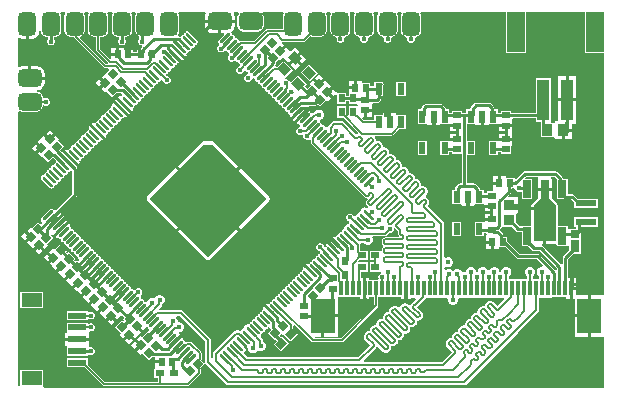
<source format=gtl>
G04*
G04 #@! TF.GenerationSoftware,Altium Limited,Altium Designer,24.5.2 (23)*
G04*
G04 Layer_Physical_Order=1*
G04 Layer_Color=255*
%FSLAX44Y44*%
%MOMM*%
G71*
G04*
G04 #@! TF.SameCoordinates,69858205-0F2E-4D39-B2D1-A8915E6FFAA9*
G04*
G04*
G04 #@! TF.FilePolarity,Positive*
G04*
G01*
G75*
%ADD12C,0.2540*%
%ADD15C,0.1270*%
G04:AMPARAMS|DCode=17|XSize=2mm|YSize=1.5mm|CornerRadius=0.375mm|HoleSize=0mm|Usage=FLASHONLY|Rotation=0.000|XOffset=0mm|YOffset=0mm|HoleType=Round|Shape=RoundedRectangle|*
%AMROUNDEDRECTD17*
21,1,2.0000,0.7500,0,0,0.0*
21,1,1.2500,1.5000,0,0,0.0*
1,1,0.7500,0.6250,-0.3750*
1,1,0.7500,-0.6250,-0.3750*
1,1,0.7500,-0.6250,0.3750*
1,1,0.7500,0.6250,0.3750*
%
%ADD17ROUNDEDRECTD17*%
G04:AMPARAMS|DCode=18|XSize=1.5mm|YSize=2mm|CornerRadius=0.375mm|HoleSize=0mm|Usage=FLASHONLY|Rotation=0.000|XOffset=0mm|YOffset=0mm|HoleType=Round|Shape=RoundedRectangle|*
%AMROUNDEDRECTD18*
21,1,1.5000,1.2500,0,0,0.0*
21,1,0.7500,2.0000,0,0,0.0*
1,1,0.7500,0.3750,-0.6250*
1,1,0.7500,-0.3750,-0.6250*
1,1,0.7500,-0.3750,0.6250*
1,1,0.7500,0.3750,0.6250*
%
%ADD18ROUNDEDRECTD18*%
G04:AMPARAMS|DCode=19|XSize=0.64mm|YSize=0.6mm|CornerRadius=0mm|HoleSize=0mm|Usage=FLASHONLY|Rotation=315.000|XOffset=0mm|YOffset=0mm|HoleType=Round|Shape=Rectangle|*
%AMROTATEDRECTD19*
4,1,4,-0.4384,0.0141,-0.0141,0.4384,0.4384,-0.0141,0.0141,-0.4384,-0.4384,0.0141,0.0*
%
%ADD19ROTATEDRECTD19*%

%ADD20R,0.6000X0.6400*%
G04:AMPARAMS|DCode=21|XSize=1.5mm|YSize=2mm|CornerRadius=0.375mm|HoleSize=0mm|Usage=FLASHONLY|Rotation=270.000|XOffset=0mm|YOffset=0mm|HoleType=Round|Shape=RoundedRectangle|*
%AMROUNDEDRECTD21*
21,1,1.5000,1.2500,0,0,270.0*
21,1,0.7500,2.0000,0,0,270.0*
1,1,0.7500,-0.6250,-0.3750*
1,1,0.7500,-0.6250,0.3750*
1,1,0.7500,0.6250,0.3750*
1,1,0.7500,0.6250,-0.3750*
%
%ADD21ROUNDEDRECTD21*%
%ADD22R,1.5000X3.4000*%
%ADD23R,1.0000X3.5000*%
%ADD24R,0.9000X1.0000*%
%ADD25R,0.5500X1.0000*%
%ADD26R,0.6400X0.6000*%
%ADD27R,1.8000X0.6000*%
G04:AMPARAMS|DCode=28|XSize=1.19mm|YSize=0.24mm|CornerRadius=0.0636mm|HoleSize=0mm|Usage=FLASHONLY|Rotation=315.000|XOffset=0mm|YOffset=0mm|HoleType=Round|Shape=RoundedRectangle|*
%AMROUNDEDRECTD28*
21,1,1.1900,0.1128,0,0,315.0*
21,1,1.0628,0.2400,0,0,315.0*
1,1,0.1272,0.3359,-0.4156*
1,1,0.1272,-0.4156,0.3359*
1,1,0.1272,-0.3359,0.4156*
1,1,0.1272,0.4156,-0.3359*
%
%ADD28ROUNDEDRECTD28*%
G04:AMPARAMS|DCode=29|XSize=1.19mm|YSize=0.24mm|CornerRadius=0.0636mm|HoleSize=0mm|Usage=FLASHONLY|Rotation=225.000|XOffset=0mm|YOffset=0mm|HoleType=Round|Shape=RoundedRectangle|*
%AMROUNDEDRECTD29*
21,1,1.1900,0.1128,0,0,225.0*
21,1,1.0628,0.2400,0,0,225.0*
1,1,0.1272,-0.4156,-0.3359*
1,1,0.1272,0.3359,0.4156*
1,1,0.1272,0.4156,0.3359*
1,1,0.1272,-0.3359,-0.4156*
%
%ADD29ROUNDEDRECTD29*%
%ADD30R,0.3000X1.2500*%
%ADD31R,2.0000X3.0000*%
%ADD32R,1.5500X0.6000*%
%ADD33R,1.8000X1.2000*%
%ADD34R,0.7500X0.6000*%
%ADD35R,0.8000X1.0500*%
%ADD36R,0.8000X0.6500*%
%ADD37R,0.6800X1.5000*%
%ADD38R,0.9500X0.8500*%
G04:AMPARAMS|DCode=39|XSize=0.6mm|YSize=0.75mm|CornerRadius=0mm|HoleSize=0mm|Usage=FLASHONLY|Rotation=135.000|XOffset=0mm|YOffset=0mm|HoleType=Round|Shape=Rectangle|*
%AMROTATEDRECTD39*
4,1,4,0.4773,0.0530,-0.0530,-0.4773,-0.4773,-0.0530,0.0530,0.4773,0.4773,0.0530,0.0*
%
%ADD39ROTATEDRECTD39*%

G04:AMPARAMS|DCode=40|XSize=0.64mm|YSize=0.6mm|CornerRadius=0mm|HoleSize=0mm|Usage=FLASHONLY|Rotation=225.000|XOffset=0mm|YOffset=0mm|HoleType=Round|Shape=Rectangle|*
%AMROTATEDRECTD40*
4,1,4,0.0141,0.4384,0.4384,0.0141,-0.0141,-0.4384,-0.4384,-0.0141,0.0141,0.4384,0.0*
%
%ADD40ROTATEDRECTD40*%

%ADD41R,0.6000X0.7500*%
G04:AMPARAMS|DCode=42|XSize=0.8mm|YSize=0.9mm|CornerRadius=0mm|HoleSize=0mm|Usage=FLASHONLY|Rotation=225.000|XOffset=0mm|YOffset=0mm|HoleType=Round|Shape=Rectangle|*
%AMROTATEDRECTD42*
4,1,4,-0.0354,0.6010,0.6010,-0.0354,0.0354,-0.6010,-0.6010,0.0354,-0.0354,0.6010,0.0*
%
%ADD42ROTATEDRECTD42*%

%ADD43R,0.6000X1.0000*%
%AMCUSTOMSHAPE71*
4,1,5,-4.9498,0.0000,-0.3536,4.5962,0.3536,4.5962,4.9498,0.0000,0.0000,-4.9498,-4.9498,0.0000,0.0*%
%ADD71CUSTOMSHAPE71*%

%AMCUSTOMSHAPE72*
4,1,8,0.9000,-1.4000,0.9000,-4.4000,-0.9000,-4.4000,-0.9000,-1.4000,-0.3400,-0.8400,-0.3400,0.7500,0.3400,0.7500,0.3400,-0.8400,0.9000,-1.4000,0.0*%
%ADD72CUSTOMSHAPE72*%

%ADD73C,0.4500*%
G36*
X-60832Y156691D02*
X-61224Y156103D01*
X-61593Y154250D01*
Y141750D01*
X-61224Y139897D01*
X-60174Y138326D01*
X-58603Y137276D01*
X-58084Y137172D01*
Y135512D01*
X-58755Y134841D01*
X-59250Y133646D01*
Y132353D01*
X-58755Y131159D01*
X-57841Y130245D01*
X-56646Y129750D01*
X-56319D01*
X-55793Y128480D01*
X-56307Y127967D01*
X-56808Y127216D01*
X-56984Y126330D01*
Y126200D01*
X-60400D01*
Y124314D01*
X-63600D01*
Y126200D01*
X-70860D01*
Y127740D01*
X-75130D01*
Y122000D01*
X-76400D01*
Y120730D01*
X-81940D01*
Y119094D01*
X-83210Y118568D01*
X-91333Y126691D01*
Y136907D01*
X-89250D01*
X-87397Y137276D01*
X-85825Y138326D01*
X-84776Y139897D01*
X-84407Y141750D01*
Y154250D01*
X-84776Y156103D01*
X-85168Y156691D01*
X-84489Y157961D01*
X-81511D01*
X-80832Y156691D01*
X-81224Y156103D01*
X-81593Y154250D01*
Y141750D01*
X-81224Y139897D01*
X-80175Y138326D01*
X-78603Y137276D01*
X-76750Y136907D01*
X-75314D01*
Y135282D01*
X-75755Y134841D01*
X-76250Y133646D01*
Y132353D01*
X-75755Y131159D01*
X-74841Y130245D01*
X-73646Y129750D01*
X-72354D01*
X-71159Y130245D01*
X-70245Y131159D01*
X-69750Y132353D01*
Y133646D01*
X-70245Y134841D01*
X-70686Y135282D01*
Y136907D01*
X-69250D01*
X-67397Y137276D01*
X-65825Y138326D01*
X-64776Y139897D01*
X-64407Y141750D01*
Y154250D01*
X-64776Y156103D01*
X-65168Y156691D01*
X-64489Y157961D01*
X-61511D01*
X-60832Y156691D01*
D02*
G37*
G36*
X319000Y123000D02*
X334961D01*
X334961Y-81710D01*
X324170D01*
Y-99250D01*
Y-116790D01*
X334961D01*
Y-159961D01*
X-138684D01*
X-139430Y-159000D01*
X-139430Y-158691D01*
Y-145000D01*
X-159430D01*
Y-158083D01*
X-160418Y-158925D01*
X-160700Y-158991D01*
X-160961Y-158902D01*
X-160961Y73489D01*
X-159691Y74168D01*
X-159103Y73776D01*
X-157250Y73407D01*
X-144750D01*
X-142897Y73776D01*
X-141325Y74826D01*
X-140276Y76397D01*
X-139907Y78250D01*
Y78515D01*
X-139426Y78844D01*
X-138637Y79160D01*
X-137647Y78750D01*
X-136354D01*
X-135159Y79245D01*
X-134245Y80159D01*
X-133750Y81354D01*
Y82646D01*
X-134245Y83841D01*
X-135159Y84755D01*
X-136354Y85250D01*
X-137647D01*
X-138637Y84840D01*
X-139426Y85156D01*
X-139907Y85485D01*
Y85750D01*
X-140276Y87603D01*
X-141325Y89174D01*
X-142897Y90224D01*
X-144750Y90593D01*
Y91837D01*
X-142296Y92325D01*
X-140215Y93715D01*
X-138825Y95796D01*
X-138337Y98250D01*
Y100730D01*
X-151000D01*
Y102000D01*
X-152270D01*
Y112163D01*
X-157250D01*
X-159704Y111675D01*
X-159841Y111584D01*
X-160961Y112182D01*
Y135652D01*
X-159841Y136250D01*
X-159204Y135825D01*
X-156750Y135337D01*
X-154270D01*
Y148000D01*
X-151730D01*
Y135337D01*
X-149250D01*
X-146796Y135825D01*
X-144715Y137215D01*
X-143325Y139296D01*
X-142837Y141750D01*
X-141593D01*
X-141224Y139897D01*
X-140175Y138326D01*
X-138603Y137276D01*
X-136750Y136907D01*
X-135315D01*
Y135282D01*
X-135755Y134841D01*
X-136250Y133646D01*
Y132353D01*
X-135755Y131159D01*
X-134841Y130245D01*
X-133646Y129750D01*
X-132353D01*
X-131159Y130245D01*
X-130245Y131159D01*
X-129750Y132353D01*
Y133646D01*
X-130245Y134841D01*
X-130686Y135282D01*
Y136907D01*
X-129250D01*
X-127397Y137276D01*
X-125826Y138326D01*
X-124776Y139897D01*
X-124407Y141750D01*
Y154250D01*
X-124776Y156103D01*
X-125168Y156691D01*
X-124489Y157961D01*
X-121511D01*
X-120832Y156691D01*
X-121224Y156103D01*
X-121593Y154250D01*
Y141750D01*
X-121224Y139897D01*
X-120175Y138326D01*
X-118603Y137276D01*
X-116750Y136907D01*
X-113506D01*
Y136839D01*
X-113379Y136201D01*
X-113018Y135660D01*
X-88179Y110821D01*
X-87638Y110460D01*
X-87000Y110333D01*
X-84384D01*
X-83898Y109160D01*
X-88087Y104970D01*
X-90131Y102927D01*
X-86213Y99009D01*
X-87111Y98111D01*
X-86213Y97213D01*
X-90272Y93154D01*
X-87253Y90135D01*
X-86164Y91224D01*
X-81030Y86090D01*
X-77405Y89716D01*
X-73388D01*
X-72466Y88745D01*
X-72554Y87597D01*
X-72667Y87397D01*
X-73359Y86704D01*
X-73443Y86579D01*
X-74211Y86732D01*
X-75450Y86485D01*
X-75902Y86183D01*
X-69954Y80235D01*
X-64006Y74287D01*
X-63704Y74739D01*
X-63457Y75979D01*
X-63610Y76747D01*
X-63485Y76830D01*
X-62688Y77628D01*
X-62326Y78169D01*
X-62199Y78807D01*
X-61836Y79170D01*
X-61198Y79297D01*
X-60657Y79658D01*
X-59859Y80456D01*
X-59498Y80997D01*
X-59371Y81635D01*
X-59008Y81998D01*
X-58370Y82125D01*
X-57829Y82487D01*
X-57031Y83284D01*
X-56669Y83826D01*
X-56542Y84464D01*
X-56180Y84827D01*
X-55541Y84954D01*
X-55000Y85315D01*
X-54202Y86113D01*
X-53841Y86654D01*
X-53714Y87292D01*
X-53351Y87655D01*
X-52713Y87782D01*
X-52172Y88144D01*
X-51374Y88941D01*
X-51013Y89482D01*
X-50886Y90121D01*
X-50523Y90483D01*
X-49885Y90610D01*
X-49343Y90972D01*
X-48546Y91770D01*
X-48184Y92311D01*
X-48057Y92949D01*
X-47694Y93312D01*
X-47056Y93439D01*
X-46515Y93800D01*
X-45717Y94598D01*
X-45356Y95139D01*
X-45229Y95778D01*
X-44866Y96140D01*
X-44228Y96267D01*
X-43686Y96629D01*
X-42889Y97426D01*
X-42527Y97968D01*
X-42400Y98606D01*
X-42038Y98969D01*
X-41399Y99096D01*
X-40858Y99457D01*
X-40060Y100255D01*
X-38663Y100159D01*
X-38250Y99831D01*
Y99564D01*
X-37755Y98369D01*
X-36841Y97455D01*
X-35647Y96960D01*
X-34354D01*
X-33159Y97455D01*
X-32245Y98369D01*
X-31750Y99564D01*
Y100856D01*
X-32245Y102051D01*
X-33159Y102965D01*
X-34354Y103460D01*
X-34643D01*
X-35097Y103762D01*
X-35354Y105012D01*
X-35201Y105114D01*
X-34404Y105912D01*
X-34042Y106453D01*
X-33915Y107091D01*
X-33552Y107454D01*
X-32914Y107581D01*
X-32373Y107942D01*
X-31575Y108740D01*
X-31214Y109281D01*
X-31087Y109920D01*
X-30724Y110282D01*
X-30085Y110409D01*
X-29544Y110771D01*
X-28747Y111569D01*
X-28385Y112110D01*
X-28258Y112748D01*
X-27895Y113111D01*
X-27257Y113238D01*
X-26716Y113599D01*
X-25918Y114397D01*
X-25835Y114522D01*
X-25067Y114369D01*
X-23828Y114615D01*
X-23376Y114918D01*
X-29324Y120866D01*
X-27528Y122662D01*
X-21580Y116714D01*
X-21278Y117166D01*
X-21232Y117398D01*
X-20999Y117444D01*
X-20547Y117746D01*
X-26495Y123694D01*
X-24699Y125490D01*
X-18751Y119542D01*
X-18449Y119994D01*
X-18203Y121233D01*
X-18355Y122001D01*
X-18231Y122085D01*
X-17433Y122882D01*
X-17071Y123423D01*
X-16945Y124062D01*
X-16582Y124424D01*
X-15943Y124551D01*
X-15402Y124913D01*
X-14605Y125711D01*
X-14243Y126252D01*
X-14116Y126890D01*
X-13753Y127253D01*
X-13115Y127380D01*
X-12574Y127741D01*
X-11776Y128539D01*
X-11415Y129080D01*
X-11288Y129719D01*
X-10925Y130081D01*
X-10287Y130208D01*
X-9745Y130570D01*
X-8948Y131368D01*
X-8586Y131909D01*
X-8459Y132547D01*
X-8586Y133185D01*
X-8948Y133727D01*
X-16463Y141242D01*
X-17004Y141603D01*
X-17642Y141730D01*
X-18281Y141603D01*
X-18822Y141242D01*
X-19619Y140444D01*
X-19981Y139903D01*
X-20108Y139264D01*
X-20471Y138902D01*
X-21109Y138775D01*
X-21650Y138413D01*
X-22448Y137616D01*
X-23905Y137138D01*
X-24791Y137315D01*
X-25227D01*
X-25652Y138584D01*
X-24776Y139897D01*
X-24407Y141750D01*
Y154250D01*
X-24776Y156103D01*
X-25168Y156691D01*
X-24489Y157961D01*
X-2348D01*
X-1750Y156841D01*
X-2175Y156204D01*
X-2663Y153750D01*
Y151270D01*
X22663D01*
Y153750D01*
X22175Y156204D01*
X21750Y156841D01*
X22348Y157961D01*
X25390D01*
X26002Y156691D01*
X25276Y155603D01*
X24907Y153750D01*
Y146250D01*
X25276Y144397D01*
X26325Y142825D01*
X27897Y141776D01*
X29750Y141407D01*
X42250D01*
X44103Y141776D01*
X45675Y142825D01*
X46724Y144397D01*
X47093Y146250D01*
Y153750D01*
X46724Y155603D01*
X45998Y156691D01*
X46610Y157961D01*
X63489D01*
X64168Y156691D01*
X63776Y156103D01*
X63407Y154250D01*
Y143667D01*
X50000D01*
X49362Y143540D01*
X48821Y143179D01*
X39309Y133667D01*
X27670D01*
X27032Y133540D01*
X26981Y133506D01*
X26844Y133518D01*
X25721Y134044D01*
X25666Y134107D01*
X25638Y134246D01*
X25276Y134787D01*
X24479Y135585D01*
X23938Y135946D01*
X23299Y136073D01*
X22936Y136436D01*
X22810Y137074D01*
X22448Y137616D01*
X21650Y138413D01*
X21109Y138775D01*
X20471Y138902D01*
X20108Y139264D01*
X19981Y139903D01*
X19619Y140444D01*
X19671Y140971D01*
X20785Y141715D01*
X22175Y143796D01*
X22663Y146250D01*
Y148730D01*
X11270D01*
Y139837D01*
X13399D01*
X13885Y138664D01*
X8948Y133727D01*
X8586Y133185D01*
X8459Y132547D01*
X8586Y131909D01*
X8948Y131368D01*
X9188Y131127D01*
X9194Y129822D01*
X9005Y129566D01*
X8280Y128841D01*
X7785Y127647D01*
Y126354D01*
X8280Y125159D01*
X9194Y124245D01*
X10388Y123750D01*
X11681D01*
X12876Y124245D01*
X13601Y124970D01*
X13857Y125159D01*
X15162Y125153D01*
X15402Y124913D01*
X15943Y124551D01*
X16582Y124424D01*
X16944Y124062D01*
X17071Y123423D01*
X17433Y122882D01*
X17533Y122783D01*
X18080Y121880D01*
X17490Y121081D01*
X17245Y120836D01*
X16750Y119641D01*
Y118348D01*
X17245Y117154D01*
X18159Y116240D01*
X19354Y115745D01*
X20647D01*
X21841Y116240D01*
X22086Y116485D01*
X22886Y117075D01*
X23788Y116527D01*
X23888Y116428D01*
X24429Y116066D01*
X25067Y115939D01*
X25430Y115576D01*
X25557Y114938D01*
X25918Y114397D01*
X26716Y113599D01*
X26835Y113520D01*
X26449Y112250D01*
X26353D01*
X25159Y111755D01*
X24245Y110841D01*
X23750Y109647D01*
Y108354D01*
X24245Y107159D01*
X25159Y106245D01*
X26353Y105750D01*
X27647D01*
X28841Y106245D01*
X29755Y107159D01*
X30250Y108354D01*
Y108437D01*
X31520Y108823D01*
X31575Y108740D01*
X32373Y107942D01*
X32914Y107581D01*
X33456Y107473D01*
X33979Y106342D01*
X33354Y105250D01*
X32159Y104755D01*
X31245Y103841D01*
X30750Y102647D01*
Y101354D01*
X31245Y100159D01*
X32159Y99245D01*
X33354Y98750D01*
X34646D01*
X35841Y99245D01*
X36755Y100159D01*
X37250Y101354D01*
X38475Y101937D01*
X39582Y101384D01*
X39699Y100796D01*
X40060Y100255D01*
X40858Y99457D01*
X41399Y99096D01*
X42038Y98969D01*
X42400Y98606D01*
X42527Y97968D01*
X42889Y97426D01*
X43686Y96629D01*
X44228Y96267D01*
X44866Y96140D01*
X45229Y95778D01*
X45356Y95139D01*
X45717Y94598D01*
X46515Y93800D01*
X47056Y93439D01*
X47694Y93312D01*
X48057Y92949D01*
X48184Y92311D01*
X48546Y91770D01*
X49343Y90972D01*
X49884Y90610D01*
X50523Y90483D01*
X50886Y90121D01*
X51013Y89482D01*
X51374Y88941D01*
X52172Y88144D01*
X52713Y87782D01*
X53351Y87655D01*
X53714Y87292D01*
X53841Y86654D01*
X54202Y86113D01*
X55000Y85315D01*
X55541Y84954D01*
X56180Y84827D01*
X56542Y84464D01*
X56669Y83826D01*
X57031Y83284D01*
X57829Y82487D01*
X58370Y82125D01*
X59008Y81998D01*
X59371Y81635D01*
X59498Y80997D01*
X59859Y80456D01*
X60657Y79658D01*
X61198Y79297D01*
X61836Y79170D01*
X62199Y78807D01*
X62326Y78169D01*
X62688Y77628D01*
X63485Y76830D01*
X64026Y76468D01*
X64665Y76341D01*
X65028Y75979D01*
X65155Y75340D01*
X65516Y74799D01*
X66314Y74001D01*
X66855Y73640D01*
X67493Y73513D01*
X67856Y73150D01*
X67983Y72512D01*
X68345Y71971D01*
X69142Y71173D01*
X69267Y71090D01*
X69114Y70322D01*
X69361Y69082D01*
X69663Y68630D01*
X75611Y74578D01*
X77407Y72782D01*
X71459Y66834D01*
X71911Y66532D01*
X72143Y66486D01*
X72189Y66254D01*
X72491Y65802D01*
X78439Y71750D01*
X85118Y78429D01*
X85196Y78685D01*
X90287D01*
X91173Y78862D01*
X91924Y79363D01*
X92840Y80280D01*
X95030Y78090D01*
X100164Y83224D01*
X101253Y82135D01*
X104272Y85154D01*
X100213Y89213D01*
X101111Y90111D01*
X100213Y91009D01*
X104131Y94927D01*
X102087Y96970D01*
X102087Y96970D01*
X98927Y100131D01*
X95009Y96213D01*
X94111Y97111D01*
X93213Y96213D01*
X89155Y100272D01*
X86135Y97253D01*
X87224Y96164D01*
X83964Y92904D01*
X81940Y94929D01*
X83839Y96828D01*
X76061Y104606D01*
X70388Y98933D01*
X68925Y99266D01*
X68720Y99762D01*
X67806Y100676D01*
X66611Y101171D01*
X65512D01*
X65126Y101696D01*
X64889Y102344D01*
X71606Y109061D01*
X63828Y116839D01*
X58424Y111435D01*
X57107D01*
X56581Y112705D01*
X56667Y112790D01*
X57168Y113541D01*
X57345Y114427D01*
Y115405D01*
X60164Y118224D01*
X61253Y117135D01*
X62882Y118764D01*
X63983Y119172D01*
X64535Y118621D01*
X68063Y115092D01*
X72688Y119717D01*
X77312Y124341D01*
X73232Y128421D01*
X70189Y125378D01*
X69087Y124970D01*
X65927Y128131D01*
X62009Y124213D01*
X60213Y126009D01*
X64131Y129927D01*
X62490Y131567D01*
X63020Y132833D01*
X81000D01*
X81638Y132960D01*
X82179Y133321D01*
X86239Y137381D01*
X86397Y137276D01*
X88250Y136907D01*
X95750D01*
X97603Y137276D01*
X99175Y138326D01*
X100224Y139897D01*
X100593Y141750D01*
Y154250D01*
X100224Y156103D01*
X99832Y156691D01*
X100511Y157961D01*
X103489D01*
X104168Y156691D01*
X103776Y156103D01*
X103407Y154250D01*
Y141750D01*
X103776Y139897D01*
X104825Y138326D01*
X106397Y137276D01*
X107924Y136972D01*
X108531Y136198D01*
X108750Y135646D01*
Y134354D01*
X109245Y133159D01*
X110159Y132245D01*
X111353Y131750D01*
X112646D01*
X113841Y132245D01*
X114755Y133159D01*
X115250Y134354D01*
Y135646D01*
X115469Y136198D01*
X116076Y136972D01*
X117603Y137276D01*
X119175Y138326D01*
X120224Y139897D01*
X120593Y141750D01*
Y154250D01*
X120224Y156103D01*
X119832Y156691D01*
X120511Y157961D01*
X123489D01*
X124168Y156691D01*
X123776Y156103D01*
X123407Y154250D01*
Y141750D01*
X123776Y139897D01*
X124825Y138326D01*
X126397Y137276D01*
X127924Y136972D01*
X128532Y136198D01*
X128750Y135647D01*
Y134354D01*
X129245Y133159D01*
X130159Y132245D01*
X131354Y131750D01*
X132647D01*
X133841Y132245D01*
X134755Y133159D01*
X135250Y134354D01*
Y135647D01*
X135469Y136198D01*
X136076Y136972D01*
X137603Y137276D01*
X139175Y138326D01*
X140224Y139897D01*
X140593Y141750D01*
Y154250D01*
X140224Y156103D01*
X139832Y156691D01*
X140511Y157961D01*
X143490D01*
X144168Y156691D01*
X143776Y156103D01*
X143407Y154250D01*
Y141750D01*
X143776Y139897D01*
X144825Y138326D01*
X146397Y137276D01*
X147924Y136972D01*
X148531Y136198D01*
X148750Y135646D01*
Y134354D01*
X149245Y133159D01*
X150159Y132245D01*
X151353Y131750D01*
X152646D01*
X153841Y132245D01*
X154755Y133159D01*
X155250Y134354D01*
Y135646D01*
X155469Y136198D01*
X156076Y136972D01*
X157603Y137276D01*
X159175Y138326D01*
X160224Y139897D01*
X160593Y141750D01*
Y154250D01*
X160224Y156103D01*
X159832Y156691D01*
X160511Y157961D01*
X163489D01*
X164168Y156691D01*
X163776Y156103D01*
X163407Y154250D01*
Y141750D01*
X163776Y139897D01*
X164825Y138326D01*
X166397Y137276D01*
X167924Y136972D01*
X168531Y136198D01*
X168750Y135647D01*
Y134354D01*
X169245Y133159D01*
X170159Y132245D01*
X171354Y131750D01*
X172647D01*
X173841Y132245D01*
X174755Y133159D01*
X175250Y134354D01*
Y135647D01*
X175469Y136198D01*
X176076Y136972D01*
X177603Y137276D01*
X179175Y138326D01*
X180224Y139897D01*
X180593Y141750D01*
Y154250D01*
X180224Y156103D01*
X179832Y156691D01*
X180511Y157961D01*
X252000Y157961D01*
Y123000D01*
X269000D01*
Y157961D01*
X319000D01*
Y123000D01*
D02*
G37*
G36*
X-100832Y156691D02*
X-101224Y156103D01*
X-101593Y154250D01*
Y141750D01*
X-101224Y139897D01*
X-100175Y138326D01*
X-98603Y137276D01*
X-96750Y136907D01*
X-94667D01*
Y126000D01*
X-94540Y125362D01*
X-94179Y124821D01*
X-84295Y114937D01*
X-84357Y114453D01*
X-84737Y113667D01*
X-86309D01*
X-108420Y135777D01*
X-108002Y137155D01*
X-107397Y137276D01*
X-105825Y138326D01*
X-104776Y139897D01*
X-104407Y141750D01*
Y154250D01*
X-104776Y156103D01*
X-105168Y156691D01*
X-104489Y157961D01*
X-101511D01*
X-100832Y156691D01*
D02*
G37*
%LPC*%
G36*
X-77670Y127740D02*
X-81940D01*
Y123270D01*
X-77670D01*
Y127740D01*
D02*
G37*
G36*
X8730Y148730D02*
X-2663D01*
Y146250D01*
X-2175Y143796D01*
X-785Y141715D01*
X1296Y140325D01*
X3750Y139837D01*
X8730D01*
Y148730D01*
D02*
G37*
G36*
X79108Y122545D02*
X75382Y118819D01*
X79462Y114739D01*
X83188Y118465D01*
X79108Y122545D01*
D02*
G37*
G36*
X73586Y117022D02*
X69859Y113296D01*
X73939Y109216D01*
X77666Y112942D01*
X73586Y117022D01*
D02*
G37*
G36*
X-144750Y112163D02*
X-149730D01*
Y103270D01*
X-138337D01*
Y105750D01*
X-138825Y108204D01*
X-140215Y110285D01*
X-142296Y111675D01*
X-144750Y112163D01*
D02*
G37*
G36*
X85465Y114010D02*
X78394Y106939D01*
X86172Y99161D01*
X93243Y106232D01*
X85465Y114010D01*
D02*
G37*
G36*
X93970Y105088D02*
X90951Y102068D01*
X94111Y98907D01*
X97131Y101927D01*
X93970Y105088D01*
D02*
G37*
G36*
X123330Y99740D02*
X119060D01*
Y95270D01*
X123330D01*
Y99740D01*
D02*
G37*
G36*
X-91927Y101131D02*
X-95087Y97970D01*
X-92068Y94951D01*
X-88907Y98111D01*
X-91927Y101131D01*
D02*
G37*
G36*
X167500Y99000D02*
X159500D01*
Y87000D01*
X167500D01*
Y99000D01*
D02*
G37*
G36*
X311540Y103540D02*
X305270D01*
Y84770D01*
X311540D01*
Y103540D01*
D02*
G37*
G36*
X302730D02*
X296460D01*
Y84770D01*
X302730D01*
Y103540D01*
D02*
G37*
G36*
X290000Y102000D02*
X278000D01*
Y72715D01*
X256200D01*
Y74400D01*
X247800D01*
Y72715D01*
X245250D01*
Y75500D01*
X242314D01*
Y77000D01*
X242138Y77886D01*
X241637Y78637D01*
X239637Y80637D01*
X238886Y81138D01*
X238000Y81314D01*
X227000D01*
X226114Y81138D01*
X225363Y80637D01*
X222344Y77617D01*
X221842Y76866D01*
X221666Y75980D01*
Y75500D01*
X218750D01*
Y72715D01*
X215200D01*
Y74400D01*
X206800D01*
Y72715D01*
X204250D01*
Y75500D01*
X201334D01*
Y75980D01*
X201158Y76866D01*
X200657Y77617D01*
X198637Y79637D01*
X197886Y80138D01*
X197000Y80315D01*
X184468D01*
X183582Y80138D01*
X182831Y79637D01*
X181343Y78149D01*
X180842Y77398D01*
X180666Y76512D01*
Y75500D01*
X177750D01*
Y63500D01*
X185250D01*
X185710Y62421D01*
Y61960D01*
X189730D01*
Y69500D01*
X192270D01*
Y61960D01*
X196290D01*
Y62421D01*
X196750Y63500D01*
X204250D01*
X205260Y62872D01*
Y62870D01*
X211000D01*
Y60330D01*
X205260D01*
Y56060D01*
X205260D01*
Y55940D01*
X205260D01*
Y51670D01*
X211000D01*
Y49130D01*
X205260D01*
Y49128D01*
X204250Y48500D01*
X196750D01*
Y36500D01*
X204250D01*
Y39286D01*
X206800D01*
Y37600D01*
X214685D01*
Y12814D01*
X212968D01*
X212082Y12638D01*
X211331Y12136D01*
X209843Y10648D01*
X209342Y9898D01*
X209165Y9012D01*
Y7500D01*
X206750D01*
Y-4500D01*
X214250D01*
X214710Y-5580D01*
Y-6040D01*
X218730D01*
Y1500D01*
X221270D01*
Y-6040D01*
X225290D01*
Y-5580D01*
X225750Y-4500D01*
X233250D01*
X234260Y-5128D01*
Y-5130D01*
X240000D01*
Y-7670D01*
X234260D01*
Y-11940D01*
X234260D01*
Y-12060D01*
X234260D01*
Y-16330D01*
X240000D01*
Y-18870D01*
X234260D01*
Y-18872D01*
X233250Y-19500D01*
X225750D01*
Y-31500D01*
X233250D01*
Y-28714D01*
X234902D01*
X235800Y-29613D01*
Y-30296D01*
X235060Y-31260D01*
X235060Y-31260D01*
X235060Y-31260D01*
Y-35730D01*
X240600D01*
Y-37000D01*
X241870D01*
Y-42740D01*
X246140D01*
Y-41200D01*
X251726D01*
X261163Y-50637D01*
X261914Y-51138D01*
X262799Y-51315D01*
X278041D01*
X283207Y-56480D01*
X282681Y-57750D01*
X281655D01*
X280093Y-58397D01*
X278897Y-59593D01*
X278250Y-61155D01*
Y-62845D01*
X278897Y-64407D01*
X279813Y-65324D01*
Y-67750D01*
X275187D01*
Y-65324D01*
X276103Y-64407D01*
X276750Y-62845D01*
Y-61155D01*
X276103Y-59593D01*
X274907Y-58397D01*
X273345Y-57750D01*
X271655D01*
X270093Y-58397D01*
X268897Y-59593D01*
X268250Y-61155D01*
Y-62845D01*
X268897Y-64407D01*
X269813Y-65324D01*
Y-67750D01*
X255187D01*
Y-65324D01*
X256103Y-64407D01*
X256750Y-62845D01*
Y-61155D01*
X256103Y-59593D01*
X254907Y-58397D01*
X253345Y-57750D01*
X251655D01*
X250093Y-58397D01*
X248897Y-59593D01*
X248250Y-61155D01*
Y-62090D01*
X246750D01*
Y-61155D01*
X246103Y-59593D01*
X244907Y-58397D01*
X243345Y-57750D01*
X241655D01*
X240093Y-58397D01*
X238897Y-59593D01*
X238250Y-61155D01*
Y-62090D01*
X236750D01*
Y-61155D01*
X236103Y-59593D01*
X234907Y-58397D01*
X233346Y-57750D01*
X231655D01*
X230093Y-58397D01*
X228897Y-59593D01*
X228250Y-61155D01*
Y-62090D01*
X226750D01*
Y-61155D01*
X226103Y-59593D01*
X224907Y-58397D01*
X223346Y-57750D01*
X221655D01*
X220093Y-58397D01*
X218897Y-59593D01*
X218250Y-61155D01*
Y-62090D01*
X216655D01*
X215093Y-62737D01*
X215075Y-62733D01*
X214603Y-61593D01*
X213407Y-60397D01*
X211845Y-59750D01*
X210155D01*
X208593Y-60397D01*
X207500Y-61490D01*
X206407Y-60397D01*
X204845Y-59750D01*
X203155D01*
X201593Y-60397D01*
X201457Y-60533D01*
X200187Y-60007D01*
Y-58809D01*
X201457Y-57961D01*
X202155Y-58250D01*
X203845D01*
X205407Y-57603D01*
X206603Y-56407D01*
X207250Y-54845D01*
Y-53155D01*
X206603Y-51593D01*
X205407Y-50397D01*
X203845Y-49750D01*
X202155D01*
X201457Y-50039D01*
X200187Y-49191D01*
Y-21500D01*
X199982Y-20472D01*
X199400Y-19600D01*
X188451Y-8651D01*
X188451Y-8651D01*
X185998Y-6198D01*
X186537Y-5659D01*
X187119Y-4788D01*
X187323Y-3760D01*
Y-2413D01*
X187119Y-1385D01*
X186537Y-513D01*
X185189Y834D01*
X184506Y1291D01*
X184227Y2186D01*
X184162Y2742D01*
X185131Y3711D01*
X185713Y4583D01*
X185918Y5611D01*
Y6958D01*
X185713Y7986D01*
X185131Y8858D01*
X183784Y10205D01*
X182912Y10787D01*
X181884Y10991D01*
X181727D01*
X180537Y10999D01*
X180529Y12189D01*
Y12346D01*
X180325Y13374D01*
X179743Y14246D01*
X178396Y15593D01*
X177524Y16175D01*
X176496Y16380D01*
X176339D01*
X175149Y16387D01*
X175141Y17578D01*
Y17734D01*
X174937Y18762D01*
X174354Y19634D01*
X173007Y20981D01*
X172136Y21563D01*
X171108Y21768D01*
X170951D01*
X169761Y21775D01*
X169753Y22966D01*
Y23122D01*
X169549Y24151D01*
X168966Y25022D01*
X167619Y26369D01*
X166748Y26951D01*
X165720Y27156D01*
X165563D01*
X164373Y27163D01*
X164365Y28354D01*
Y28510D01*
X164160Y29539D01*
X163578Y30410D01*
X162231Y31757D01*
X161360Y32340D01*
X160331Y32544D01*
X160175D01*
X158984Y32552D01*
X158977Y33742D01*
Y33899D01*
X158772Y34927D01*
X158190Y35798D01*
X156843Y37145D01*
X155971Y37728D01*
X154943Y37932D01*
X154787D01*
X153596Y37940D01*
X153589Y39130D01*
Y39287D01*
X153384Y40315D01*
X152802Y41186D01*
X151455Y42533D01*
X150583Y43116D01*
X149555Y43320D01*
X149398D01*
X148208Y43328D01*
X148201Y44518D01*
Y44675D01*
X147996Y45703D01*
X147414Y46575D01*
X146067Y47922D01*
X145195Y48504D01*
X144167Y48709D01*
X142820D01*
X142459Y49005D01*
Y49710D01*
X142254Y50738D01*
X141672Y51609D01*
X141218Y52063D01*
X141744Y53333D01*
X155500D01*
X156138Y53460D01*
X156679Y53821D01*
X161858Y59000D01*
X167500D01*
Y71000D01*
X159540D01*
Y72540D01*
X155270D01*
Y65000D01*
X152730D01*
Y72540D01*
X148460D01*
Y71000D01*
X140500D01*
Y66667D01*
X131940D01*
X130721Y67887D01*
X131207Y69060D01*
X131730D01*
Y74600D01*
X133000D01*
Y75870D01*
X138740D01*
Y80140D01*
X139523Y81086D01*
X143012D01*
X143898Y81262D01*
X144649Y81763D01*
X146136Y83251D01*
X146638Y84002D01*
X146814Y84888D01*
Y87000D01*
X148500D01*
Y96507D01*
X148544Y96730D01*
X148500Y96954D01*
Y99000D01*
X146454D01*
X146230Y99045D01*
X146006Y99000D01*
X140500D01*
Y95492D01*
X137400D01*
Y98200D01*
X130140D01*
Y99740D01*
X125870D01*
Y94000D01*
X124600D01*
Y92730D01*
X119060D01*
Y89500D01*
X119000D01*
Y87065D01*
X117000D01*
Y89500D01*
X110163D01*
X109088Y89970D01*
X108496Y90561D01*
X105927Y93131D01*
X102907Y90111D01*
X106068Y86950D01*
X107730Y88612D01*
X109000Y88086D01*
Y80000D01*
X117000D01*
Y82436D01*
X119000D01*
Y80000D01*
X126443D01*
X127020Y79000D01*
X126443Y78000D01*
X119000D01*
Y70603D01*
X117891Y70129D01*
X117000Y70864D01*
Y78000D01*
X109000D01*
Y68500D01*
X114642D01*
X127080Y56062D01*
X126678Y54734D01*
X126440Y54640D01*
X126359Y54624D01*
X126299Y54584D01*
X125524Y54276D01*
X114900Y64900D01*
X114028Y65482D01*
X113000Y65687D01*
X107000D01*
X105972Y65482D01*
X105100Y64900D01*
X101836Y61635D01*
X101253Y60764D01*
X100061Y60230D01*
X99185Y60668D01*
X99177Y60707D01*
X98816Y61248D01*
X98018Y62045D01*
X97477Y62407D01*
X96839Y62534D01*
X96476Y62897D01*
X96349Y63535D01*
X95987Y64076D01*
X95190Y64874D01*
X94832Y65113D01*
X94717Y65480D01*
X94845Y66750D01*
X96407Y67397D01*
X97603Y68593D01*
X98250Y70155D01*
Y71845D01*
X97603Y73407D01*
X96407Y74603D01*
X94845Y75250D01*
X93155D01*
X91593Y74603D01*
X90397Y73407D01*
X90396Y73405D01*
X89521Y73231D01*
X88872Y72798D01*
X87502Y72561D01*
X86704Y73359D01*
X86579Y73443D01*
X86732Y74211D01*
X86485Y75450D01*
X86183Y75902D01*
X80235Y69954D01*
X74287Y64006D01*
X74739Y63704D01*
X75979Y63457D01*
X76747Y63610D01*
X76830Y63485D01*
X77628Y62687D01*
X77740Y62613D01*
X77957Y61279D01*
X77917Y61083D01*
X77364Y60266D01*
X77276Y60218D01*
X76159Y59755D01*
X75245Y58841D01*
X74750Y57646D01*
Y56353D01*
X75245Y55159D01*
X76159Y54245D01*
X77353Y53750D01*
X78646D01*
X79578Y54136D01*
X80132Y53905D01*
X80312Y53785D01*
X80750Y53358D01*
Y52354D01*
X81245Y51159D01*
X82159Y50245D01*
X83354Y49750D01*
X84647D01*
X85841Y50245D01*
X86063Y50467D01*
X87333Y49941D01*
Y47000D01*
X87460Y46362D01*
X87821Y45821D01*
X131821Y1821D01*
X131821Y1821D01*
X132584Y1058D01*
X133125Y697D01*
X133763Y570D01*
X134678D01*
X135240Y-574D01*
X135250Y-654D01*
X134335Y-1569D01*
X133974Y-2110D01*
X133847Y-2747D01*
Y-4094D01*
X133974Y-4732D01*
X134335Y-5273D01*
X135341Y-6279D01*
X135312Y-7737D01*
X134632Y-8259D01*
X134241Y-8089D01*
X133576Y-7645D01*
X132547Y-7440D01*
X131519Y-7645D01*
X130647Y-8227D01*
X129849Y-9025D01*
X129267Y-9897D01*
X129171Y-10377D01*
X128690Y-10473D01*
X127818Y-11056D01*
X127021Y-11853D01*
X126438Y-12725D01*
X126343Y-13206D01*
X125862Y-13301D01*
X124990Y-13884D01*
X124301Y-14573D01*
X123770Y-14592D01*
X122854Y-14398D01*
X122755Y-14159D01*
X121841Y-13245D01*
X120646Y-12750D01*
X119354D01*
X118159Y-13245D01*
X117245Y-14159D01*
X116750Y-15353D01*
Y-16646D01*
X117245Y-17841D01*
X118159Y-18755D01*
X119354Y-19250D01*
X119486Y-19441D01*
X119796Y-20520D01*
X119257Y-21059D01*
X118895Y-21601D01*
X118880Y-21676D01*
X118405Y-21582D01*
X117377Y-21787D01*
X116505Y-22369D01*
X115707Y-23167D01*
X115125Y-24039D01*
X114920Y-25067D01*
X115014Y-25542D01*
X114938Y-25557D01*
X114397Y-25919D01*
X113600Y-26716D01*
X113238Y-27257D01*
X113111Y-27896D01*
X112748Y-28259D01*
X112110Y-28386D01*
X111569Y-28747D01*
X110771Y-29545D01*
X110410Y-30086D01*
X110283Y-30724D01*
X109920Y-31087D01*
X109282Y-31214D01*
X108741Y-31576D01*
X107943Y-32373D01*
X107859Y-32498D01*
X107092Y-32345D01*
X105852Y-32592D01*
X105400Y-32894D01*
X111348Y-38842D01*
X109552Y-40638D01*
X103604Y-34690D01*
X103302Y-35142D01*
X103256Y-35374D01*
X103024Y-35420D01*
X102572Y-35722D01*
X108520Y-41670D01*
X106724Y-43466D01*
X100776Y-37518D01*
X100474Y-37970D01*
X100227Y-39209D01*
X100366Y-39906D01*
X99516Y-40796D01*
X99254Y-40778D01*
X98250Y-40380D01*
Y-40353D01*
X97755Y-39159D01*
X96841Y-38245D01*
X95646Y-37750D01*
X94354D01*
X93159Y-38245D01*
X92245Y-39159D01*
X91750Y-40353D01*
Y-41646D01*
X92245Y-42841D01*
X93159Y-43755D01*
X94354Y-44250D01*
X94683D01*
X94688Y-44261D01*
X94894Y-45520D01*
X94598Y-45718D01*
X93801Y-46515D01*
X93439Y-47056D01*
X93312Y-47695D01*
X92949Y-48057D01*
X92311Y-48184D01*
X91770Y-48546D01*
X90972Y-49344D01*
X90611Y-49885D01*
X90484Y-50523D01*
X90121Y-50886D01*
X89483Y-51013D01*
X88942Y-51374D01*
X88144Y-52172D01*
X87782Y-52713D01*
X87655Y-53351D01*
X87293Y-53714D01*
X86654Y-53841D01*
X86113Y-54203D01*
X85316Y-55001D01*
X85232Y-55125D01*
X84464Y-54973D01*
X83225Y-55219D01*
X82773Y-55521D01*
X88721Y-61469D01*
X86925Y-63265D01*
X80977Y-57317D01*
X80675Y-57769D01*
X80428Y-59008D01*
X80581Y-59776D01*
X80456Y-59860D01*
X79659Y-60657D01*
X79297Y-61199D01*
X79170Y-61837D01*
X78807Y-62200D01*
X78169Y-62326D01*
X77628Y-62688D01*
X76830Y-63486D01*
X76469Y-64027D01*
X76342Y-64665D01*
X75979Y-65028D01*
X75341Y-65155D01*
X74799Y-65517D01*
X74002Y-66314D01*
X73640Y-66855D01*
X73513Y-67494D01*
X73151Y-67856D01*
X72512Y-67983D01*
X71971Y-68345D01*
X71173Y-69143D01*
X70812Y-69684D01*
X70685Y-70322D01*
X70322Y-70685D01*
X69684Y-70812D01*
X69143Y-71173D01*
X68345Y-71971D01*
X67983Y-72512D01*
X67856Y-73151D01*
X67494Y-73513D01*
X66855Y-73640D01*
X66314Y-74002D01*
X65517Y-74799D01*
X65155Y-75341D01*
X65028Y-75979D01*
X64665Y-76342D01*
X64027Y-76469D01*
X63486Y-76830D01*
X62688Y-77628D01*
X62326Y-78169D01*
X62200Y-78807D01*
X61837Y-79170D01*
X61199Y-79297D01*
X60657Y-79659D01*
X59860Y-80456D01*
X59498Y-80997D01*
X59371Y-81636D01*
X59008Y-81999D01*
X58370Y-82126D01*
X57829Y-82487D01*
X57031Y-83285D01*
X56670Y-83826D01*
X56543Y-84464D01*
X56180Y-84827D01*
X55542Y-84954D01*
X55001Y-85316D01*
X54203Y-86113D01*
X53841Y-86654D01*
X53714Y-87293D01*
X53351Y-87655D01*
X52713Y-87782D01*
X52172Y-88144D01*
X51374Y-88942D01*
X51291Y-89066D01*
X50523Y-88914D01*
X49284Y-89160D01*
X48832Y-89462D01*
X54780Y-95410D01*
X52984Y-97206D01*
X47036Y-91258D01*
X46734Y-91710D01*
X46487Y-92949D01*
X46640Y-93717D01*
X46515Y-93801D01*
X45718Y-94598D01*
X45356Y-95140D01*
X45229Y-95778D01*
X44866Y-96141D01*
X44228Y-96268D01*
X43687Y-96629D01*
X42889Y-97427D01*
X42528Y-97968D01*
X42401Y-98606D01*
X42038Y-98969D01*
X41399Y-99096D01*
X40858Y-99458D01*
X40061Y-100255D01*
X39699Y-100796D01*
X39572Y-101435D01*
X39209Y-101798D01*
X38571Y-101924D01*
X38030Y-102286D01*
X37232Y-103084D01*
X36871Y-103625D01*
X36744Y-104263D01*
X36381Y-104626D01*
X35743Y-104753D01*
X35201Y-105114D01*
X34404Y-105912D01*
X34042Y-106453D01*
X34027Y-106529D01*
X33553Y-106435D01*
X32524Y-106639D01*
X31652Y-107222D01*
X30854Y-108020D01*
X30272Y-108891D01*
X30176Y-109372D01*
X29696Y-109468D01*
X28824Y-110050D01*
X28026Y-110848D01*
X27443Y-111720D01*
X27418Y-111848D01*
X26422Y-111650D01*
X23712D01*
X22684Y-111855D01*
X21813Y-112437D01*
X4957Y-129293D01*
X4374Y-130165D01*
X4170Y-131193D01*
Y-135278D01*
X2900Y-135956D01*
X2687Y-135814D01*
Y-120000D01*
X2482Y-118972D01*
X1900Y-118100D01*
X-21100Y-95100D01*
X-21972Y-94518D01*
X-23000Y-94313D01*
X-40813D01*
X-41299Y-93140D01*
X-39718Y-91560D01*
X-39136Y-90688D01*
X-38949Y-89751D01*
X-38593Y-89603D01*
X-37397Y-88407D01*
X-36750Y-86845D01*
Y-85155D01*
X-37397Y-83593D01*
X-38593Y-82397D01*
X-40155Y-81750D01*
X-41845D01*
X-43407Y-82397D01*
X-44603Y-83593D01*
X-44736Y-83913D01*
X-46387Y-84581D01*
X-46822Y-84401D01*
X-48513D01*
X-50075Y-85048D01*
X-51270Y-86243D01*
X-51586Y-87007D01*
X-52599Y-87704D01*
X-53724Y-87238D01*
X-53841Y-86654D01*
X-54202Y-86113D01*
X-55000Y-85316D01*
X-55541Y-84954D01*
X-56179Y-84827D01*
X-56542Y-84464D01*
X-56669Y-83826D01*
X-57031Y-83285D01*
X-57178Y-83138D01*
X-57159Y-81767D01*
X-57007Y-81604D01*
X-56245Y-80841D01*
X-55750Y-79646D01*
Y-78354D01*
X-56245Y-77159D01*
X-57159Y-76245D01*
X-58354Y-75750D01*
X-59647D01*
X-60841Y-76245D01*
X-61586Y-76990D01*
X-61881Y-77161D01*
X-63138Y-77178D01*
X-63485Y-76830D01*
X-64026Y-76469D01*
X-64665Y-76342D01*
X-65028Y-75978D01*
X-65155Y-75340D01*
X-65516Y-74799D01*
X-66314Y-74001D01*
X-66855Y-73640D01*
X-67493Y-73513D01*
X-67856Y-73150D01*
X-67983Y-72512D01*
X-68345Y-71971D01*
X-69142Y-71173D01*
X-69683Y-70812D01*
X-70322Y-70684D01*
X-70684Y-70322D01*
X-70812Y-69683D01*
X-71173Y-69142D01*
X-71971Y-68345D01*
X-72512Y-67983D01*
X-73150Y-67856D01*
X-73513Y-67493D01*
X-73640Y-66855D01*
X-74001Y-66314D01*
X-74799Y-65516D01*
X-75340Y-65155D01*
X-75978Y-65028D01*
X-76341Y-64665D01*
X-76468Y-64026D01*
X-76830Y-63485D01*
X-77628Y-62688D01*
X-78169Y-62326D01*
X-78807Y-62199D01*
X-79170Y-61836D01*
X-79297Y-61198D01*
X-79658Y-60657D01*
X-80456Y-59859D01*
X-80997Y-59498D01*
X-81635Y-59371D01*
X-81998Y-59008D01*
X-82125Y-58370D01*
X-82487Y-57829D01*
X-83284Y-57031D01*
X-83826Y-56669D01*
X-84464Y-56542D01*
X-84827Y-56180D01*
X-84954Y-55541D01*
X-85315Y-55000D01*
X-86113Y-54202D01*
X-86654Y-53841D01*
X-87292Y-53714D01*
X-87655Y-53351D01*
X-87782Y-52713D01*
X-88144Y-52172D01*
X-88941Y-51374D01*
X-89482Y-51013D01*
X-90121Y-50886D01*
X-90483Y-50523D01*
X-90610Y-49884D01*
X-90972Y-49343D01*
X-91770Y-48546D01*
X-92311Y-48184D01*
X-92949Y-48057D01*
X-93312Y-47694D01*
X-93439Y-47056D01*
X-93800Y-46515D01*
X-94598Y-45717D01*
X-95139Y-45356D01*
X-95778Y-45229D01*
X-96140Y-44866D01*
X-96267Y-44228D01*
X-96629Y-43686D01*
X-97427Y-42889D01*
X-97968Y-42527D01*
X-98606Y-42400D01*
X-98969Y-42038D01*
X-99096Y-41399D01*
X-99457Y-40858D01*
X-100255Y-40060D01*
X-100796Y-39699D01*
X-101434Y-39572D01*
X-101797Y-39209D01*
X-101924Y-38571D01*
X-102286Y-38030D01*
X-103083Y-37232D01*
X-103624Y-36870D01*
X-104263Y-36743D01*
X-104626Y-36381D01*
X-104753Y-35742D01*
X-105114Y-35201D01*
X-105912Y-34404D01*
X-106453Y-34042D01*
X-107091Y-33915D01*
X-107454Y-33552D01*
X-107581Y-32914D01*
X-107942Y-32373D01*
X-108740Y-31575D01*
X-109281Y-31214D01*
X-109920Y-31087D01*
X-110282Y-30724D01*
X-110409Y-30085D01*
X-110771Y-29544D01*
X-111569Y-28747D01*
X-112110Y-28385D01*
X-112748Y-28258D01*
X-113111Y-27895D01*
X-113238Y-27257D01*
X-113599Y-26716D01*
X-114397Y-25918D01*
X-114938Y-25557D01*
X-115576Y-25430D01*
X-115939Y-25067D01*
X-116066Y-24429D01*
X-116428Y-23888D01*
X-117225Y-23090D01*
X-117350Y-23006D01*
X-117198Y-22239D01*
X-117444Y-20999D01*
X-117746Y-20547D01*
X-123694Y-26495D01*
X-129642Y-32443D01*
X-129190Y-32745D01*
X-127951Y-32992D01*
X-127183Y-32839D01*
X-127100Y-32964D01*
X-126302Y-33762D01*
X-125761Y-34123D01*
X-125122Y-34250D01*
X-124760Y-34613D01*
X-124633Y-35251D01*
X-124271Y-35792D01*
X-123474Y-36590D01*
X-122932Y-36952D01*
X-122294Y-37079D01*
X-121931Y-37441D01*
X-121804Y-38080D01*
X-121443Y-38621D01*
X-120645Y-39418D01*
X-120104Y-39780D01*
X-119466Y-39907D01*
X-119103Y-40270D01*
X-118976Y-40908D01*
X-118614Y-41449D01*
X-117817Y-42247D01*
X-117275Y-42608D01*
X-116637Y-42735D01*
X-116274Y-43098D01*
X-116147Y-43737D01*
X-115786Y-44278D01*
X-114988Y-45075D01*
X-114447Y-45437D01*
X-113809Y-45564D01*
X-113446Y-45927D01*
X-113319Y-46565D01*
X-112957Y-47106D01*
X-112160Y-47904D01*
X-111619Y-48265D01*
X-110980Y-48392D01*
X-110618Y-48755D01*
X-110491Y-49393D01*
X-110129Y-49935D01*
X-109331Y-50732D01*
X-109142Y-52175D01*
X-109144Y-52181D01*
X-110300Y-52821D01*
X-111030Y-52090D01*
X-112222Y-53282D01*
X-113282Y-52222D01*
X-112091Y-51030D01*
X-118030Y-45090D01*
X-119222Y-46282D01*
X-120282Y-45222D01*
X-119090Y-44030D01*
X-125030Y-38090D01*
X-130164Y-43224D01*
X-131253Y-42135D01*
X-134272Y-45155D01*
X-130213Y-49213D01*
X-131111Y-50111D01*
X-130213Y-51009D01*
X-134131Y-54927D01*
X-132088Y-56970D01*
X-132088Y-56970D01*
X-128927Y-60131D01*
X-125010Y-56213D01*
X-123214Y-58009D01*
X-127131Y-61927D01*
X-125088Y-63970D01*
X-121927Y-67131D01*
X-118010Y-63213D01*
X-116214Y-65009D01*
X-120131Y-68927D01*
X-116970Y-72087D01*
X-114927Y-74131D01*
X-111010Y-70213D01*
X-109213Y-72009D01*
X-113131Y-75927D01*
X-111088Y-77970D01*
X-107927Y-81131D01*
X-104010Y-77213D01*
X-102214Y-79009D01*
X-106131Y-82927D01*
X-104088Y-84970D01*
X-104199Y-85081D01*
X-101038Y-88242D01*
X-97121Y-84325D01*
X-95324Y-86121D01*
X-99242Y-90038D01*
X-96081Y-93199D01*
X-95970Y-93088D01*
X-93927Y-95131D01*
X-90009Y-91214D01*
X-88213Y-93010D01*
X-92131Y-96927D01*
X-90087Y-98970D01*
X-86927Y-102131D01*
X-83009Y-98214D01*
X-82111Y-99112D01*
X-81213Y-98214D01*
X-77154Y-102272D01*
X-74135Y-99253D01*
X-73188Y-98474D01*
X-70771Y-100891D01*
X-71909Y-102030D01*
X-70718Y-103222D01*
X-71778Y-104283D01*
X-72970Y-103091D01*
X-78910Y-109030D01*
X-73776Y-114164D01*
X-74865Y-115253D01*
X-71845Y-118272D01*
X-67787Y-114213D01*
X-66889Y-115112D01*
X-65991Y-114213D01*
X-62073Y-118131D01*
X-60030Y-116087D01*
X-56869Y-112927D01*
X-60786Y-109009D01*
X-58990Y-107213D01*
X-55073Y-111131D01*
X-52558Y-108615D01*
X-51583Y-108809D01*
X-51108Y-108715D01*
X-51093Y-108791D01*
X-50732Y-109332D01*
X-49934Y-110129D01*
X-49829Y-111496D01*
X-50743Y-112378D01*
X-51030Y-112091D01*
X-56164Y-117224D01*
X-57253Y-116135D01*
X-60272Y-119155D01*
X-56213Y-123214D01*
X-57111Y-124111D01*
X-56213Y-125010D01*
X-60131Y-128927D01*
X-56970Y-132088D01*
X-55881Y-130998D01*
X-49970Y-136909D01*
X-46807Y-133746D01*
X-44940D01*
Y-136730D01*
X-39400D01*
Y-139270D01*
X-44940D01*
Y-143740D01*
X-45500Y-144000D01*
Y-152000D01*
X-42417D01*
Y-155333D01*
X-87240D01*
X-101930Y-140642D01*
Y-135000D01*
X-119430D01*
Y-143000D01*
X-104288D01*
X-89109Y-158179D01*
X-88568Y-158540D01*
X-87930Y-158667D01*
X-17000D01*
X-16362Y-158540D01*
X-15821Y-158179D01*
X-6821Y-149179D01*
X-6460Y-148638D01*
X-6333Y-148000D01*
Y-144122D01*
X-6460Y-143484D01*
X-6494Y-143433D01*
X-3240Y-140180D01*
X-2234Y-139970D01*
X-1857Y-139943D01*
X15100Y-156900D01*
X15972Y-157482D01*
X17000Y-157687D01*
X217000D01*
X218028Y-157482D01*
X218900Y-156900D01*
X249400Y-126400D01*
X262400Y-113400D01*
X279400Y-96399D01*
X279982Y-95528D01*
X280187Y-94500D01*
Y-84250D01*
X291000D01*
Y-83250D01*
X303460D01*
Y-84790D01*
X306230D01*
Y-76000D01*
Y-67210D01*
X304815D01*
Y-51209D01*
X309273Y-46750D01*
X316000D01*
Y-34250D01*
Y-28244D01*
X316045Y-28020D01*
Y-24000D01*
X330000D01*
Y-16000D01*
X310000D01*
Y-24000D01*
X311416D01*
Y-25750D01*
X306000D01*
Y-27686D01*
X304400D01*
Y-23500D01*
X296590D01*
Y-6000D01*
X296393Y-5009D01*
X295831Y-4169D01*
X290990Y673D01*
Y6730D01*
X286270D01*
Y-38590D01*
X294000D01*
X294330Y-38524D01*
X295600Y-39397D01*
Y-40500D01*
X304400D01*
Y-32315D01*
X306000D01*
Y-43477D01*
X300864Y-48613D01*
X300362Y-49364D01*
X300186Y-50250D01*
Y-55153D01*
X299776Y-55431D01*
X298916Y-55642D01*
X283637Y-40363D01*
X282886Y-39862D01*
X282876Y-39860D01*
X283001Y-38590D01*
X283730D01*
Y6730D01*
X279010D01*
Y673D01*
X274169Y-4169D01*
X273607Y-5009D01*
X273410Y-6000D01*
Y-23500D01*
X268094D01*
X267870Y-23456D01*
X263729D01*
X260750Y-20477D01*
Y-13250D01*
X261498Y-12290D01*
X262290D01*
Y-6770D01*
X255000D01*
Y-4230D01*
X262290D01*
Y1290D01*
X254669D01*
X254183Y2463D01*
X256073Y4353D01*
X256575Y5104D01*
X256751Y5990D01*
Y7902D01*
X257649Y8800D01*
X259400Y8800D01*
X259990Y7774D01*
X260245Y7159D01*
X261159Y6245D01*
X262354Y5750D01*
X263647D01*
X264330Y6033D01*
X265523Y5386D01*
X265600Y5289D01*
Y-500D01*
X274400D01*
Y16500D01*
X268658D01*
X268172Y17673D01*
X269185Y18685D01*
X279510D01*
X279895Y17415D01*
X279769Y17331D01*
X279207Y16491D01*
X279010Y15500D01*
Y9270D01*
X285000D01*
X290990D01*
Y15500D01*
X290793Y16491D01*
X290231Y17331D01*
X290105Y17415D01*
X290490Y18685D01*
X293041D01*
X295555Y16171D01*
Y10130D01*
X295600Y9906D01*
Y-500D01*
X301906D01*
X302130Y-545D01*
X307271D01*
X310000Y-3273D01*
Y-8000D01*
X330000D01*
Y0D01*
X313273D01*
X309867Y3406D01*
X309116Y3908D01*
X308230Y4084D01*
X304400D01*
Y16500D01*
X300184D01*
Y17130D01*
X300008Y18016D01*
X299506Y18767D01*
X295637Y22637D01*
X294886Y23138D01*
X294000Y23314D01*
X268226D01*
X267340Y23138D01*
X266589Y22637D01*
X260573Y16621D01*
X259400Y17107D01*
Y17200D01*
X252140D01*
Y18740D01*
X247870D01*
Y13000D01*
X246600D01*
Y11730D01*
X241060D01*
Y7260D01*
X240146Y6400D01*
X235800D01*
Y4715D01*
X233250D01*
Y7500D01*
X230334D01*
Y7980D01*
X230158Y8865D01*
X229657Y9616D01*
X227136Y12136D01*
X226385Y12638D01*
X225500Y12814D01*
X219314D01*
Y36500D01*
X226250D01*
Y48500D01*
X219314D01*
Y63500D01*
X220796D01*
X221020Y63456D01*
X221244Y63500D01*
X226250D01*
X226710Y62421D01*
Y61960D01*
X230730D01*
Y69500D01*
X233270D01*
Y61960D01*
X237290D01*
Y62420D01*
X237750Y63500D01*
X245250D01*
X246260Y62873D01*
Y62870D01*
X252000D01*
X257740D01*
Y67140D01*
X258523Y68086D01*
X278000D01*
Y65000D01*
X281686D01*
Y61750D01*
X281750Y61426D01*
Y52000D01*
X292440D01*
X292750Y52000D01*
X293710Y51252D01*
Y50460D01*
X299480D01*
Y58000D01*
X300750D01*
Y59270D01*
X307790D01*
Y63460D01*
X311540D01*
Y82230D01*
X296460D01*
Y65540D01*
X293710D01*
Y64748D01*
X292750Y64000D01*
X292440Y64000D01*
X290652D01*
X290000Y65000D01*
Y102000D01*
D02*
G37*
G36*
X-77698Y84387D02*
X-78000Y83935D01*
X-78046Y83703D01*
X-78278Y83657D01*
X-78731Y83355D01*
X-72783Y77407D01*
X-66835Y71459D01*
X-66532Y71911D01*
X-66486Y72143D01*
X-66254Y72189D01*
X-65802Y72491D01*
X-71750Y78439D01*
X-77698Y84387D01*
D02*
G37*
G36*
X-80527Y81559D02*
X-80829Y81107D01*
X-81075Y79868D01*
X-80922Y79100D01*
X-81047Y79016D01*
X-81845Y78219D01*
X-82206Y77678D01*
X-82333Y77039D01*
X-82696Y76677D01*
X-83334Y76550D01*
X-83876Y76188D01*
X-84673Y75390D01*
X-85035Y74849D01*
X-85162Y74211D01*
X-85525Y73848D01*
X-86163Y73721D01*
X-86704Y73359D01*
X-87502Y72562D01*
X-87863Y72021D01*
X-87990Y71382D01*
X-88353Y71020D01*
X-88991Y70893D01*
X-89532Y70531D01*
X-90330Y69734D01*
X-90692Y69192D01*
X-90819Y68554D01*
X-91181Y68191D01*
X-91820Y68064D01*
X-92361Y67703D01*
X-93159Y66905D01*
X-93520Y66364D01*
X-93647Y65726D01*
X-94010Y65363D01*
X-94648Y65236D01*
X-95189Y64874D01*
X-95987Y64077D01*
X-96070Y63952D01*
X-96838Y64104D01*
X-98077Y63858D01*
X-98529Y63556D01*
X-92581Y57608D01*
X-86633Y51660D01*
X-86331Y52112D01*
X-86085Y53351D01*
X-86238Y54119D01*
X-86113Y54202D01*
X-85315Y55000D01*
X-84954Y55541D01*
X-84827Y56180D01*
X-84464Y56542D01*
X-83826Y56669D01*
X-83284Y57031D01*
X-82487Y57829D01*
X-82125Y58370D01*
X-81998Y59008D01*
X-81635Y59371D01*
X-80997Y59498D01*
X-80456Y59859D01*
X-79658Y60657D01*
X-79297Y61198D01*
X-79170Y61836D01*
X-78807Y62199D01*
X-78169Y62326D01*
X-77628Y62688D01*
X-76830Y63485D01*
X-76468Y64026D01*
X-76341Y64665D01*
X-75978Y65028D01*
X-75340Y65155D01*
X-74799Y65516D01*
X-74001Y66314D01*
X-73640Y66855D01*
X-73513Y67493D01*
X-73150Y67856D01*
X-72512Y67983D01*
X-71971Y68345D01*
X-71173Y69142D01*
X-71090Y69267D01*
X-70322Y69114D01*
X-69083Y69361D01*
X-68630Y69663D01*
X-74578Y75611D01*
X-80527Y81559D01*
D02*
G37*
G36*
X138740Y73330D02*
X134270D01*
Y69060D01*
X138740D01*
Y73330D01*
D02*
G37*
G36*
X-134081Y58199D02*
X-137242Y55038D01*
X-134223Y52019D01*
X-131062Y55179D01*
X-134081Y58199D01*
D02*
G37*
G36*
X257740Y60330D02*
X252000D01*
X246260D01*
X246260Y56060D01*
X246260Y54790D01*
Y51670D01*
X257740D01*
Y54790D01*
X257740Y55940D01*
X257740Y57210D01*
Y60330D01*
D02*
G37*
G36*
X307790Y56730D02*
X302020D01*
Y50460D01*
X307790D01*
Y56730D01*
D02*
G37*
G36*
X-129266Y53383D02*
X-133325Y49325D01*
X-134223Y50223D01*
X-135121Y49325D01*
X-139038Y53242D01*
X-141081Y51199D01*
X-141081Y51199D01*
X-144242Y48038D01*
X-140325Y44121D01*
X-141223Y43223D01*
X-140325Y42325D01*
X-144383Y38266D01*
X-141364Y35247D01*
X-140275Y36335D01*
X-135141Y31202D01*
X-131516Y34827D01*
X-131438D01*
X-129017Y32406D01*
X-129130Y30933D01*
X-129928Y30136D01*
X-130289Y29594D01*
X-130416Y28956D01*
X-130779Y28593D01*
X-131418Y28466D01*
X-131959Y28105D01*
X-132756Y27307D01*
X-133118Y26766D01*
X-133245Y26128D01*
X-133608Y25765D01*
X-134246Y25638D01*
X-134787Y25276D01*
X-135585Y24479D01*
X-135946Y23938D01*
X-136073Y23299D01*
X-136436Y22936D01*
X-137074Y22810D01*
X-137616Y22448D01*
X-138413Y21650D01*
X-138775Y21109D01*
X-138902Y20471D01*
X-139265Y20108D01*
X-139903Y19981D01*
X-140444Y19619D01*
X-141242Y18822D01*
X-141604Y18280D01*
X-141731Y17642D01*
X-141604Y17004D01*
X-141242Y16463D01*
X-133727Y8947D01*
X-133186Y8586D01*
X-132547Y8459D01*
X-131909Y8586D01*
X-131368Y8947D01*
X-130570Y9745D01*
X-130209Y10286D01*
X-130082Y10925D01*
X-129719Y11288D01*
X-129080Y11415D01*
X-128539Y11776D01*
X-127741Y12574D01*
X-127380Y13115D01*
X-127253Y13753D01*
X-126890Y14116D01*
X-126252Y14243D01*
X-125711Y14605D01*
X-124913Y15402D01*
X-124551Y15943D01*
X-124424Y16582D01*
X-124062Y16945D01*
X-123423Y17071D01*
X-122882Y17433D01*
X-122085Y18231D01*
X-121723Y18772D01*
X-121596Y19410D01*
X-121233Y19773D01*
X-120595Y19900D01*
X-120054Y20261D01*
X-119256Y21059D01*
X-118895Y21600D01*
X-118768Y22239D01*
X-118405Y22601D01*
X-117767Y22728D01*
X-117225Y23090D01*
X-116585Y23731D01*
X-115946Y23619D01*
X-115315Y23268D01*
Y3924D01*
X-125619Y-6381D01*
X-129097Y-9859D01*
X-130570Y-9745D01*
X-131368Y-8948D01*
X-131909Y-8586D01*
X-132547Y-8459D01*
X-133185Y-8586D01*
X-133727Y-8948D01*
X-141242Y-16463D01*
X-141603Y-17004D01*
X-141730Y-17642D01*
X-141603Y-18281D01*
X-141242Y-18822D01*
X-140444Y-19619D01*
X-140413Y-21076D01*
X-141729Y-22392D01*
X-144030Y-20090D01*
X-149164Y-25224D01*
X-150253Y-24135D01*
X-153272Y-27154D01*
X-149213Y-31213D01*
X-150111Y-32111D01*
X-149213Y-33009D01*
X-153131Y-36927D01*
X-151087Y-38970D01*
X-151199Y-39081D01*
X-148038Y-42242D01*
X-144121Y-38325D01*
X-143223Y-39223D01*
X-142325Y-38325D01*
X-138266Y-42383D01*
X-135246Y-39364D01*
X-136335Y-38275D01*
X-131202Y-33141D01*
X-133119Y-31224D01*
X-133021Y-30771D01*
X-132249Y-30326D01*
X-131632Y-30358D01*
X-131438Y-30647D01*
X-125490Y-24699D01*
X-119542Y-18751D01*
X-119994Y-18449D01*
X-120226Y-18403D01*
X-120272Y-18171D01*
X-120574Y-17719D01*
X-126523Y-23667D01*
X-128319Y-21871D01*
X-121860Y-15413D01*
X-121931Y-14689D01*
X-121844Y-14560D01*
X-121668Y-13674D01*
Y-8976D01*
X-111363Y1329D01*
X-110862Y2080D01*
X-110686Y2965D01*
Y25220D01*
X-110862Y26106D01*
X-110667Y26846D01*
X-117005Y33184D01*
X-123361Y39541D01*
X-123896Y39488D01*
X-125375Y40968D01*
X-122202Y44141D01*
X-127335Y49275D01*
X-126246Y50364D01*
X-129266Y53383D01*
D02*
G37*
G36*
X-100325Y61760D02*
X-100627Y61308D01*
X-100874Y60069D01*
X-100721Y59301D01*
X-100846Y59217D01*
X-101644Y58420D01*
X-102005Y57879D01*
X-102132Y57240D01*
X-102495Y56877D01*
X-103133Y56751D01*
X-103674Y56389D01*
X-104472Y55591D01*
X-104834Y55050D01*
X-104961Y54412D01*
X-105323Y54049D01*
X-105962Y53922D01*
X-106503Y53561D01*
X-107301Y52763D01*
X-107662Y52222D01*
X-107789Y51583D01*
X-108152Y51221D01*
X-108790Y51094D01*
X-109331Y50732D01*
X-110129Y49935D01*
X-110491Y49393D01*
X-110618Y48755D01*
X-110980Y48392D01*
X-111619Y48265D01*
X-112160Y47904D01*
X-112957Y47106D01*
X-113319Y46565D01*
X-113446Y45927D01*
X-113809Y45564D01*
X-114447Y45437D01*
X-114988Y45075D01*
X-115786Y44278D01*
X-116147Y43737D01*
X-116274Y43098D01*
X-116637Y42735D01*
X-117275Y42608D01*
X-117817Y42247D01*
X-118614Y41449D01*
X-118698Y41324D01*
X-119466Y41477D01*
X-120705Y41231D01*
X-121157Y40929D01*
X-115209Y34981D01*
X-109261Y29033D01*
X-108959Y29485D01*
X-108712Y30724D01*
X-108865Y31492D01*
X-108740Y31575D01*
X-107942Y32373D01*
X-107581Y32914D01*
X-107454Y33552D01*
X-107091Y33915D01*
X-106453Y34042D01*
X-105912Y34404D01*
X-105114Y35201D01*
X-104753Y35742D01*
X-104626Y36381D01*
X-104263Y36743D01*
X-103624Y36870D01*
X-103083Y37232D01*
X-102286Y38030D01*
X-101924Y38571D01*
X-101797Y39209D01*
X-101434Y39572D01*
X-100796Y39699D01*
X-100255Y40060D01*
X-99457Y40858D01*
X-99096Y41399D01*
X-98969Y42038D01*
X-98606Y42400D01*
X-97968Y42527D01*
X-97427Y42889D01*
X-96629Y43686D01*
X-96267Y44228D01*
X-96140Y44866D01*
X-95778Y45229D01*
X-95139Y45356D01*
X-94598Y45717D01*
X-93800Y46515D01*
X-93439Y47056D01*
X-93312Y47694D01*
X-92949Y48057D01*
X-92311Y48184D01*
X-91770Y48546D01*
X-90972Y49343D01*
X-90889Y49468D01*
X-90121Y49315D01*
X-88882Y49562D01*
X-88429Y49864D01*
X-94377Y55812D01*
X-100325Y61760D01*
D02*
G37*
G36*
X-146038Y46242D02*
X-149199Y43081D01*
X-146179Y40062D01*
X-143019Y43223D01*
X-146038Y46242D01*
D02*
G37*
G36*
X257740Y49130D02*
X246260D01*
Y49127D01*
X245250Y48500D01*
X237750D01*
Y36500D01*
X245250D01*
Y39286D01*
X247800D01*
Y37600D01*
X256200D01*
Y44860D01*
X257740D01*
Y49130D01*
D02*
G37*
G36*
X185250Y48500D02*
X177750D01*
Y36500D01*
X185250D01*
Y48500D01*
D02*
G37*
G36*
X245330Y18740D02*
X241060D01*
Y14270D01*
X245330D01*
Y18740D01*
D02*
G37*
G36*
X3535Y48552D02*
X-3536D01*
X-4527Y48355D01*
X-5367Y47793D01*
X-25682Y27478D01*
X0Y1796D01*
X25682Y27478D01*
X5367Y47793D01*
X4527Y48355D01*
X3535Y48552D01*
D02*
G37*
G36*
X-27478Y25682D02*
X-51329Y1831D01*
X-51890Y991D01*
X-52087Y0D01*
X-51890Y-991D01*
X-51329Y-1831D01*
X-27478Y-25682D01*
X-1796Y0D01*
X-27478Y25682D01*
D02*
G37*
G36*
X27478Y25682D02*
X1796Y0D01*
X27478Y-25682D01*
X51329Y-1831D01*
X51890Y-991D01*
X52087Y0D01*
X51890Y991D01*
X51329Y1831D01*
X27478Y25682D01*
D02*
G37*
G36*
X214250Y-19500D02*
X206750D01*
Y-31500D01*
X214250D01*
Y-19500D01*
D02*
G37*
G36*
X-155068Y-28950D02*
X-158087Y-31970D01*
X-154927Y-35131D01*
X-151907Y-32111D01*
X-155068Y-28950D01*
D02*
G37*
G36*
X239330Y-38270D02*
X235060D01*
Y-42740D01*
X239330D01*
Y-38270D01*
D02*
G37*
G36*
X-143223Y-41019D02*
X-146242Y-44038D01*
X-143081Y-47199D01*
X-140062Y-44179D01*
X-143223Y-41019D01*
D02*
G37*
G36*
X0Y-1796D02*
X-25682Y-27478D01*
X-1831Y-51329D01*
X-991Y-51890D01*
X0Y-52087D01*
X991Y-51890D01*
X1831Y-51329D01*
X25682Y-27478D01*
X0Y-1796D01*
D02*
G37*
G36*
X-136068Y-46951D02*
X-139087Y-49970D01*
X-135927Y-53131D01*
X-132907Y-50111D01*
X-136068Y-46951D01*
D02*
G37*
G36*
X311540Y-67210D02*
X308770D01*
Y-74730D01*
X311540D01*
Y-67210D01*
D02*
G37*
G36*
X-139430Y-79000D02*
X-159430D01*
Y-93000D01*
X-139430D01*
Y-79000D01*
D02*
G37*
G36*
X311540Y-77270D02*
X308770D01*
Y-84790D01*
X310360D01*
Y-97980D01*
X321630D01*
Y-81710D01*
X311540D01*
Y-77270D01*
D02*
G37*
G36*
X-101930Y-95000D02*
X-119430D01*
Y-103000D01*
X-101930D01*
Y-102462D01*
X-101403Y-102120D01*
X-100660Y-101830D01*
X-99647Y-102250D01*
X-98354D01*
X-97159Y-101755D01*
X-96245Y-100841D01*
X-95750Y-99647D01*
Y-98354D01*
X-96245Y-97159D01*
X-97159Y-96245D01*
X-98354Y-95750D01*
X-99647D01*
X-100660Y-96170D01*
X-101403Y-95880D01*
X-101930Y-95538D01*
Y-95000D01*
D02*
G37*
G36*
X-82111Y-100908D02*
X-85131Y-103927D01*
X-81970Y-107088D01*
X-78951Y-104068D01*
X-82111Y-100908D01*
D02*
G37*
G36*
X-101930Y-105000D02*
X-119430D01*
X-119430Y-113000D01*
X-120510Y-113460D01*
X-120970D01*
Y-117730D01*
X-110680D01*
X-100390D01*
Y-113460D01*
X-100390D01*
X-100854Y-112704D01*
X-99810Y-112182D01*
X-99647Y-112250D01*
X-98354D01*
X-97159Y-111755D01*
X-96245Y-110841D01*
X-95750Y-109647D01*
Y-108354D01*
X-96245Y-107159D01*
X-97159Y-106245D01*
X-98354Y-105750D01*
X-99647D01*
X-100660Y-106170D01*
X-101403Y-105880D01*
X-101930Y-105538D01*
Y-105000D01*
D02*
G37*
G36*
X321630Y-100520D02*
X310360D01*
Y-116790D01*
X321630D01*
Y-100520D01*
D02*
G37*
G36*
X-66889Y-116908D02*
X-70050Y-120068D01*
X-67030Y-123088D01*
X-63869Y-119927D01*
X-66889Y-116908D01*
D02*
G37*
G36*
X-62068Y-120951D02*
X-65087Y-123970D01*
X-61927Y-127131D01*
X-58907Y-124111D01*
X-62068Y-120951D01*
D02*
G37*
G36*
X-100390Y-120270D02*
X-110680D01*
X-120970D01*
Y-124540D01*
X-120510D01*
X-119430Y-125000D01*
X-119430Y-125810D01*
Y-133000D01*
X-101930D01*
Y-132462D01*
X-101403Y-132120D01*
X-100660Y-131830D01*
X-99647Y-132250D01*
X-98354D01*
X-97159Y-131755D01*
X-96245Y-130841D01*
X-95750Y-129647D01*
Y-128354D01*
X-96245Y-127159D01*
X-97159Y-126245D01*
X-98354Y-125750D01*
X-99647D01*
X-99810Y-125817D01*
X-100853Y-125295D01*
X-100390Y-124540D01*
X-100390D01*
Y-120270D01*
D02*
G37*
%LPD*%
G36*
X160833Y-27191D02*
Y-29753D01*
X160960Y-30391D01*
X161322Y-30931D01*
X161968Y-31578D01*
X161557Y-32785D01*
X161507Y-32848D01*
X149575D01*
X148937Y-32975D01*
X148396Y-33336D01*
X147443Y-34289D01*
X147082Y-34830D01*
X146955Y-35468D01*
Y-37373D01*
X147082Y-38011D01*
X147443Y-38551D01*
X148396Y-39504D01*
X148399Y-39506D01*
Y-40954D01*
X148396Y-40956D01*
X147443Y-41909D01*
X147082Y-42450D01*
X146986Y-42931D01*
X146865Y-43198D01*
X146209Y-44000D01*
X145685Y-44000D01*
X137000D01*
Y-52000D01*
X140083D01*
Y-54000D01*
X137000D01*
Y-62000D01*
X146166D01*
X146418Y-63270D01*
X145659Y-63584D01*
X144745Y-64499D01*
X144250Y-65693D01*
Y-66986D01*
X144455Y-67480D01*
X143655Y-68750D01*
X136540D01*
Y-67210D01*
X133770D01*
Y-76000D01*
Y-84790D01*
X136540D01*
Y-83250D01*
X140833D01*
Y-89809D01*
X112310Y-118333D01*
X90430D01*
X90248Y-118060D01*
X90927Y-116790D01*
X95830D01*
Y-99250D01*
X97100D01*
Y-97980D01*
X109640D01*
Y-84371D01*
X110000Y-83250D01*
X128460D01*
Y-84790D01*
X131230D01*
Y-76000D01*
Y-67210D01*
X129167D01*
Y-62000D01*
X135000D01*
Y-54000D01*
X127603D01*
X127129Y-52891D01*
X127864Y-52000D01*
X135000D01*
Y-44000D01*
X128802D01*
Y-39454D01*
X128675Y-38816D01*
X128615Y-38727D01*
X129171Y-37522D01*
X129245Y-37457D01*
X131676D01*
X132593Y-38373D01*
X134155Y-39020D01*
X135845D01*
X137407Y-38373D01*
X138603Y-37177D01*
X139250Y-35615D01*
Y-33925D01*
X138793Y-32822D01*
X139452Y-31552D01*
X150115D01*
X150753Y-31425D01*
X151294Y-31064D01*
X153225Y-29132D01*
X153399Y-29204D01*
X154692D01*
X155887Y-28709D01*
X156801Y-27795D01*
X157296Y-26601D01*
Y-25449D01*
X157660Y-25159D01*
X158469Y-24827D01*
X160833Y-27191D01*
D02*
G37*
G36*
X261133Y-27407D02*
X261884Y-27908D01*
X262770Y-28084D01*
X265600D01*
Y-40500D01*
X271227D01*
X274363Y-43637D01*
X275114Y-44138D01*
X276000Y-44314D01*
X281041D01*
X295186Y-58459D01*
Y-60117D01*
X293916Y-60642D01*
X280637Y-47363D01*
X279886Y-46862D01*
X279000Y-46686D01*
X263758D01*
X253400Y-36328D01*
Y-32800D01*
X249984D01*
Y-30670D01*
X249808Y-29784D01*
X249307Y-29033D01*
X246689Y-26415D01*
X246699Y-26307D01*
X248187Y-24819D01*
X248333Y-24601D01*
X249250Y-23750D01*
X257477D01*
X261133Y-27407D01*
D02*
G37*
G36*
X168770Y-84790D02*
X171540D01*
Y-84250D01*
X175268D01*
X175754Y-85424D01*
X171959Y-89218D01*
X171503Y-89901D01*
X170607Y-90180D01*
X170051Y-90246D01*
X169343Y-89537D01*
X168471Y-88955D01*
X167443Y-88750D01*
X166096D01*
X165068Y-88955D01*
X164196Y-89537D01*
X162849Y-90884D01*
X162393Y-91567D01*
X161497Y-91846D01*
X160941Y-91912D01*
X160582Y-91553D01*
X159711Y-90970D01*
X158682Y-90766D01*
X157335D01*
X156307Y-90970D01*
X155436Y-91553D01*
X154089Y-92900D01*
X153506Y-93771D01*
X153302Y-94800D01*
Y-94956D01*
X153294Y-96147D01*
X152104Y-96154D01*
X151947D01*
X150919Y-96359D01*
X150047Y-96941D01*
X148700Y-98288D01*
X148118Y-99160D01*
X147914Y-100188D01*
Y-100344D01*
X147906Y-101535D01*
X146716Y-101542D01*
X146559D01*
X145531Y-101747D01*
X144659Y-102329D01*
X143312Y-103676D01*
X142730Y-104548D01*
X142525Y-105576D01*
Y-105733D01*
X142518Y-106923D01*
X141328Y-106931D01*
X141171D01*
X140143Y-107135D01*
X139271Y-107717D01*
X137924Y-109064D01*
X137342Y-109936D01*
X137137Y-110964D01*
Y-111121D01*
X137130Y-112311D01*
X135939Y-112319D01*
X135783D01*
X134755Y-112523D01*
X133883Y-113105D01*
X132536Y-114452D01*
X131954Y-115324D01*
X131749Y-116352D01*
Y-117699D01*
X131954Y-118727D01*
X132536Y-119599D01*
X137057Y-124120D01*
X126864Y-134313D01*
X33461D01*
X30416Y-131268D01*
X30136Y-129928D01*
X30933Y-129131D01*
X31017Y-129006D01*
X31785Y-129159D01*
X33024Y-128912D01*
X33111Y-128854D01*
X34622Y-129183D01*
X35817Y-130378D01*
X37379Y-131025D01*
X39070D01*
X40632Y-130378D01*
X41828Y-129183D01*
X43389Y-128732D01*
X43969Y-128973D01*
X45659D01*
X47222Y-128326D01*
X48417Y-127130D01*
X49064Y-125568D01*
Y-123877D01*
X48417Y-122315D01*
X47222Y-121120D01*
X46887Y-120981D01*
Y-120568D01*
X46682Y-119539D01*
X46100Y-118668D01*
X44558Y-117126D01*
X44468Y-116696D01*
X44646Y-115418D01*
X45076Y-114989D01*
X45437Y-114447D01*
X45564Y-113809D01*
X45927Y-113446D01*
X46565Y-113319D01*
X47106Y-112958D01*
X47904Y-112160D01*
X48266Y-111619D01*
X48393Y-110981D01*
X48755Y-110618D01*
X49394Y-110491D01*
X49935Y-110129D01*
X50732Y-109332D01*
X51005Y-108924D01*
X51214Y-108754D01*
X51635Y-108626D01*
X52862Y-109565D01*
Y-109952D01*
X53038Y-110838D01*
X53512Y-111548D01*
X51090Y-113970D01*
X57030Y-119909D01*
X57333Y-119606D01*
X58535Y-120808D01*
X55747Y-123596D01*
X61404Y-129253D01*
X68121Y-122535D01*
X62464Y-116879D01*
X61808Y-117535D01*
X60606Y-116333D01*
X62164Y-114776D01*
X63253Y-115865D01*
X63879Y-115464D01*
X69535Y-121121D01*
X76253Y-114404D01*
X72263Y-110414D01*
Y-107529D01*
X72650Y-107231D01*
X73474Y-106945D01*
X87709Y-121179D01*
X88249Y-121540D01*
X88887Y-121667D01*
X113000D01*
X113638Y-121540D01*
X114179Y-121179D01*
X143679Y-91678D01*
X144041Y-91138D01*
X144167Y-90500D01*
Y-83250D01*
X158730D01*
X160000Y-83250D01*
Y-83250D01*
X160000D01*
Y-83250D01*
X163460D01*
Y-84790D01*
X166230D01*
Y-76000D01*
X168770D01*
Y-84790D01*
D02*
G37*
G36*
X250754Y-85424D02*
X245134Y-91043D01*
X241397Y-87307D01*
X240526Y-86724D01*
X239498Y-86520D01*
X238151D01*
X237122Y-86724D01*
X236251Y-87307D01*
X234904Y-88654D01*
X234321Y-89525D01*
X234219Y-90040D01*
X233367Y-91165D01*
X232020D01*
X230991Y-91370D01*
X230120Y-91952D01*
X228773Y-93299D01*
X228190Y-94171D01*
X227986Y-95199D01*
Y-95355D01*
X227978Y-96546D01*
X226788Y-96553D01*
X226631D01*
X225603Y-96758D01*
X224732Y-97340D01*
X223385Y-98687D01*
X222802Y-99559D01*
X222598Y-100587D01*
Y-100744D01*
X222590Y-101934D01*
X221400Y-101941D01*
X221243D01*
X220215Y-102146D01*
X219343Y-102728D01*
X217997Y-104075D01*
X217414Y-104947D01*
X217210Y-105975D01*
Y-106132D01*
X217202Y-107322D01*
X216012Y-107330D01*
X215855D01*
X214827Y-107534D01*
X213955Y-108116D01*
X212608Y-109463D01*
X212026Y-110335D01*
X211821Y-111363D01*
Y-111520D01*
X211814Y-112710D01*
X210624Y-112718D01*
X210467D01*
X209439Y-112922D01*
X208567Y-113505D01*
X207220Y-114852D01*
X206638Y-115723D01*
X206433Y-116751D01*
Y-116908D01*
X206426Y-118098D01*
X205236Y-118106D01*
X205079D01*
X204051Y-118310D01*
X203179Y-118893D01*
X201832Y-120240D01*
X201250Y-121111D01*
X201045Y-122140D01*
Y-123486D01*
X201250Y-124515D01*
X201832Y-125386D01*
X206312Y-129866D01*
X197864Y-138313D01*
X132122D01*
X131636Y-137140D01*
X142083Y-126693D01*
X142539Y-126010D01*
X143435Y-125731D01*
X143991Y-125666D01*
X147949Y-129623D01*
X148820Y-130206D01*
X149848Y-130410D01*
X151195D01*
X152224Y-130206D01*
X153095Y-129623D01*
X154442Y-128277D01*
X155024Y-127405D01*
X155229Y-126377D01*
Y-126220D01*
X155236Y-125030D01*
X156427Y-125022D01*
X156583D01*
X157612Y-124818D01*
X158483Y-124235D01*
X159830Y-122888D01*
X160413Y-122017D01*
X160617Y-120989D01*
Y-120832D01*
X160625Y-119642D01*
X161815Y-119634D01*
X161972D01*
X163000Y-119430D01*
X163871Y-118847D01*
X165218Y-117500D01*
X165801Y-116629D01*
X166005Y-115601D01*
Y-115444D01*
X166013Y-114253D01*
X167203Y-114246D01*
X167360D01*
X168388Y-114042D01*
X169260Y-113459D01*
X170607Y-112112D01*
X171189Y-111240D01*
X171394Y-110212D01*
Y-110056D01*
X171401Y-108865D01*
X172591Y-108858D01*
X172748D01*
X173776Y-108653D01*
X174648Y-108071D01*
X175995Y-106724D01*
X176577Y-105852D01*
X176782Y-104824D01*
Y-103477D01*
X176894Y-103340D01*
X178006D01*
X179035Y-103135D01*
X179906Y-102553D01*
X181253Y-101206D01*
X181836Y-100335D01*
X182040Y-99306D01*
Y-97959D01*
X181836Y-96931D01*
X181253Y-96060D01*
X176985Y-91791D01*
X183535Y-85241D01*
X184117Y-84370D01*
X184141Y-84250D01*
X202646D01*
X203250Y-85155D01*
Y-86845D01*
X203897Y-88407D01*
X205093Y-89603D01*
X206655Y-90250D01*
X208345D01*
X209907Y-89603D01*
X211103Y-88407D01*
X211750Y-86845D01*
Y-85155D01*
X212354Y-84250D01*
X250268D01*
X250754Y-85424D01*
D02*
G37*
G36*
X-2687Y-121113D02*
Y-138000D01*
X-2528Y-138796D01*
X-3178Y-139357D01*
X-3576Y-139545D01*
X-5935Y-137185D01*
X-5821Y-137071D01*
X-5460Y-136531D01*
X-5333Y-135893D01*
Y-131000D01*
X-5460Y-130362D01*
X-5821Y-129821D01*
X-13821Y-121821D01*
X-14362Y-121460D01*
X-15000Y-121333D01*
X-17867D01*
X-18505Y-121460D01*
X-18528Y-121475D01*
X-19001Y-121383D01*
X-19817Y-121009D01*
X-19899Y-120595D01*
X-20261Y-120054D01*
X-21059Y-119257D01*
X-21184Y-119173D01*
X-21031Y-118405D01*
X-21277Y-117166D01*
X-21579Y-116714D01*
X-27527Y-122662D01*
X-29323Y-120866D01*
X-23375Y-114918D01*
X-23827Y-114616D01*
X-24311Y-114520D01*
X-24186Y-113250D01*
X-24155D01*
X-22592Y-112603D01*
X-21397Y-111407D01*
X-20750Y-109845D01*
Y-108154D01*
X-21397Y-106592D01*
X-22592Y-105397D01*
X-24155Y-104750D01*
X-25750D01*
Y-103154D01*
X-26397Y-101592D01*
X-27033Y-100957D01*
X-26507Y-99687D01*
X-24113D01*
X-2687Y-121113D01*
D02*
G37*
%LPC*%
G36*
X109640Y-100520D02*
X98370D01*
Y-116790D01*
X109640D01*
Y-100520D01*
D02*
G37*
%LPD*%
D12*
X4444Y149444D02*
X18444D01*
X19000Y150000D01*
X15250Y149855D02*
X19000Y150000D01*
X-5000Y140000D02*
X4444Y149444D01*
X15203Y149855D02*
X15250D01*
X39000Y150000D02*
Y154000D01*
X76414Y97181D02*
X85298Y88298D01*
X-49330Y120270D02*
X-48300Y121300D01*
X-47600Y122000D02*
X-47600Y122000D01*
Y122200D02*
X-39800Y130000D01*
X-34052D01*
X-49000Y122000D02*
X-47600D01*
X-47600Y122000D02*
Y122200D01*
X-37721Y124279D02*
Y124410D01*
X-37346Y124035D01*
X-36453D01*
X-31353Y118935D01*
X-31254D01*
X11035Y127000D02*
X17112Y133077D01*
X20000Y118995D02*
X25597Y124592D01*
X-73000Y148000D02*
X-73000Y148000D01*
X-73000Y133000D02*
Y148000D01*
X-73000Y133000D02*
X-73000Y133000D01*
X45396Y104793D02*
X55030Y114427D01*
Y118747D01*
X42568Y107721D02*
X48030Y113183D01*
X42568Y107622D02*
Y107721D01*
X54889Y118889D02*
X55030Y118747D01*
X48030Y113183D02*
Y125747D01*
X47889Y125889D02*
X48030Y125747D01*
X47889Y125889D02*
Y125889D01*
X48030Y125747D02*
Y125747D01*
Y125747D02*
X54889Y118889D01*
Y118889D02*
Y118889D01*
X47889Y125889D02*
X48030Y125747D01*
X-56000Y133000D02*
X-55770Y133230D01*
Y145230D01*
X-53000Y148000D01*
X-75015Y118800D02*
Y120614D01*
X-76400Y122000D02*
X-75015Y120614D01*
Y118800D02*
X-71215Y115000D01*
X-52000D01*
X-49330Y117670D01*
Y120270D01*
X-67600Y122000D02*
X-56400D01*
X-56400Y122000D01*
X-67600Y122000D02*
X-67600Y122000D01*
X-54670Y123730D02*
Y126330D01*
X-56400Y122000D02*
X-54670Y123730D01*
Y126330D02*
X-46000Y135000D01*
X-29895D01*
X-34052Y130000D02*
X-31104D01*
X-34052Y127489D02*
Y130000D01*
X-28426Y121764D02*
Y121863D01*
X-34052Y127489D02*
X-28426Y121863D01*
X-25696Y124592D02*
X-25597D01*
X-31104Y130000D02*
X-25696Y124592D01*
X-29895Y135000D02*
X-24791D01*
X-29895Y134547D02*
Y135000D01*
Y134547D02*
X-22769Y127421D01*
X-24791Y135000D02*
X-20040Y130249D01*
X-19941D01*
X-5000Y139470D02*
X-1000Y135470D01*
X-5000Y139470D02*
Y140000D01*
X-1000Y129000D02*
Y135470D01*
X-133000Y133000D02*
Y148000D01*
X-153000Y133000D02*
Y148000D01*
X284000Y74130D02*
Y83500D01*
X304000Y63000D02*
Y83500D01*
Y57000D02*
Y63000D01*
X280270Y70400D02*
X284000Y74130D01*
X252000Y70400D02*
X280270D01*
X284000Y61750D02*
Y74130D01*
Y61750D02*
X287250Y58500D01*
Y58000D02*
Y58500D01*
X217000Y10500D02*
Y70400D01*
X211000D02*
X217000D01*
X221600D01*
X217000Y10500D02*
X225500D01*
X212968D02*
X217000D01*
X221600Y70400D02*
X222500Y69500D01*
X230400Y2400D02*
X240000D01*
X225500Y10500D02*
X228020Y7980D01*
Y2980D02*
Y7980D01*
X229500Y1500D02*
X230400Y2400D01*
X221020Y65770D02*
X222500Y67250D01*
Y69500D01*
X201400Y70400D02*
X211000D01*
X200500Y69500D02*
X201400Y70400D01*
X211000Y56000D02*
Y61600D01*
Y56000D02*
X211000D01*
X211000Y56000D02*
X211000Y56000D01*
X197000Y78000D02*
X199020Y75980D01*
X184468Y78000D02*
X197000D01*
X182980Y76512D02*
X184468Y78000D01*
X182980Y70980D02*
Y76512D01*
X199020Y70980D02*
Y75980D01*
Y70980D02*
X200500Y69500D01*
X191000Y62000D02*
Y69500D01*
X181500D02*
X182980Y70980D01*
X181500Y69500D02*
Y71750D01*
X191000Y62000D02*
X197000Y56000D01*
X211000Y50400D02*
Y56000D01*
X197000D02*
X211000D01*
Y56000D01*
X201400Y41600D02*
X211000D01*
X200500Y42500D02*
X201400Y41600D01*
X252000Y56000D02*
X252000Y56000D01*
X238000Y56000D02*
X252000D01*
X252000Y56000D01*
Y61600D01*
X252000Y50400D02*
Y56000D01*
X241500Y42500D02*
X242400Y41600D01*
X252000D01*
X232000Y62000D02*
X238000Y56000D01*
X232000Y62000D02*
Y69500D01*
X240000Y74718D02*
Y77000D01*
X242400Y70400D02*
X252000D01*
X227000Y79000D02*
X238000D01*
X240000Y77000D01*
X223980Y75980D02*
X227000Y79000D01*
X223980Y70980D02*
Y75980D01*
X240000Y74718D02*
X240020Y74698D01*
Y70980D02*
Y74698D01*
X241500Y69500D02*
X242400Y70400D01*
X240020Y70980D02*
X241500Y69500D01*
X232000Y69500D02*
Y70000D01*
X315460Y-20000D02*
X320000D01*
X313730Y-21730D02*
X315460Y-20000D01*
X313730Y-28020D02*
Y-21730D01*
X311750Y-30000D02*
X313730Y-28020D01*
X311000Y-30000D02*
X311750D01*
X314000Y-4000D02*
X320000D01*
X300000Y3900D02*
Y8000D01*
Y3900D02*
X302130Y1770D01*
X308230D01*
X314000Y-4000D01*
X87724Y-62367D02*
X87823D01*
X81357Y-56000D02*
X87724Y-62367D01*
X70852Y79337D02*
X77515Y86000D01*
X-128141Y40460D02*
X-118935Y31254D01*
X93480Y-56710D02*
X102640Y-65870D01*
X76509Y73681D02*
X79769Y76940D01*
X73780Y76509D02*
X78271Y81000D01*
X104987Y-34375D02*
X110351Y-39740D01*
X116000Y-53000D02*
X117402Y-51598D01*
X110351Y-39740D02*
X110450D01*
X-130479Y37141D02*
X-121764Y28426D01*
X-17112Y-133078D02*
Y-133078D01*
X-73433Y98889D02*
X-62367Y87823D01*
X107622Y-42568D02*
Y-42469D01*
X86000Y-75658D02*
X95000Y-66658D01*
X81000Y-81000D02*
X86000Y-76000D01*
X-130249Y-20040D02*
Y-19941D01*
X-59538Y-90651D02*
Y-90651D01*
X-80194Y-88194D02*
X-68638Y-99751D01*
X79337Y70852D02*
X85426Y76940D01*
X81000Y-90600D02*
Y-81000D01*
X87889Y90889D02*
X94889Y83889D01*
X117402Y-51598D02*
Y-41133D01*
X86000Y-76000D02*
Y-75658D01*
X-101965Y-48324D02*
Y-48225D01*
X51054Y-99137D02*
X55176Y-103260D01*
X95000Y-66658D02*
Y-63986D01*
X113279Y-37010D02*
Y-36911D01*
Y-37010D02*
X117402Y-41133D01*
X-72231Y92030D02*
X-65195Y84994D01*
X-33661Y-127000D02*
X-28425Y-121764D01*
X-43889Y-124888D02*
X-41442D01*
X-130249Y-19940D02*
X-123983Y-13674D01*
X-39331Y-127000D02*
X-33661D01*
X-96889Y-71433D02*
X-87823Y-62367D01*
X70852Y79337D02*
X70852D01*
X-133077Y-17112D02*
X-123983Y-8017D01*
X-118935Y31155D02*
Y31254D01*
X-113000Y2965D02*
Y25220D01*
X-50889Y-117889D02*
Y-115943D01*
X-42568Y-107622D01*
X-41442Y-124888D02*
X-39331Y-127000D01*
X-123983Y-8017D02*
X-113000Y2965D01*
X-133176Y-17112D02*
X-133077D01*
X79337Y70852D02*
X79337D01*
X-80747Y92030D02*
X-72231D01*
X-141953Y-25889D02*
X-133176Y-17112D01*
X90651Y-59638D02*
Y-59539D01*
Y-59638D02*
X95000Y-63986D01*
X-123983Y-13674D02*
Y-8017D01*
X53882Y-96407D02*
X58605Y-101131D01*
X-130249Y-19941D02*
Y-19940D01*
X-96889Y-71500D02*
Y-71433D01*
X58605Y-103383D02*
X63111Y-107889D01*
X-82780Y-85609D02*
X-73681Y-76509D01*
X73681Y76509D02*
X73780D01*
X58605Y-103383D02*
Y-101131D01*
X-105121Y-62694D02*
X-96308Y-53882D01*
X-118935Y31155D02*
X-113000Y25220D01*
X-143889Y-25889D02*
X-141953D01*
X53882Y-96407D02*
Y-96308D01*
X81000Y-56000D02*
X81357D01*
X83000Y86000D02*
X85298Y88298D01*
X77515Y86000D02*
X83000D01*
X-110889Y-57248D02*
X-101965Y-48324D01*
X-110889Y-57889D02*
Y-57248D01*
X-128141Y43859D02*
X-128000Y44000D01*
X-128141Y40460D02*
Y43859D01*
X104270Y-65870D02*
X106000Y-67600D01*
X102640Y-65870D02*
X104270D01*
X93175Y83889D02*
X94889D01*
X90287Y81000D02*
X93175Y83889D01*
X78271Y81000D02*
X90287D01*
X-94094Y-74295D02*
X-84994Y-65195D01*
X-101658Y-64889D02*
X-93479Y-56710D01*
X-103500Y-64889D02*
X-101658D01*
X56889Y-113777D02*
Y-111665D01*
X55176Y-109952D02*
X56889Y-111665D01*
X55176Y-109952D02*
Y-103260D01*
X-108194Y-60111D02*
X-99136Y-51053D01*
X-108194Y-60194D02*
Y-60111D01*
X-136000Y-25791D02*
X-130249Y-20040D01*
X-136000Y-29271D02*
Y-25791D01*
X-137141Y-30412D02*
X-136000Y-29271D01*
X-137141Y-32747D02*
Y-30412D01*
X79769Y76940D02*
X85426D01*
X-68443Y-99557D02*
X-59538Y-90651D01*
X-22000Y-137966D02*
X-17112Y-133078D01*
X-22000Y-141669D02*
Y-137966D01*
Y-141669D02*
X-17558Y-146111D01*
X-15111D01*
X-79709Y-88194D02*
X-70852Y-79337D01*
X-80194Y-88194D02*
X-79709D01*
X-99194Y-68082D02*
X-90651Y-59538D01*
X102375Y-34375D02*
X104987D01*
X-73889Y98889D02*
X-73433D01*
X-134859Y37141D02*
X-130479D01*
X-20039Y-130249D02*
X-19940D01*
X-25860Y-136070D02*
X-20039Y-130249D01*
X-28870Y-136070D02*
X-25860D01*
X-30600Y-137800D02*
X-28870Y-136070D01*
X-25696Y-124592D02*
X-25597D01*
X-32535Y-131432D02*
X-25696Y-124592D01*
X-47344Y-131432D02*
X-32535D01*
X-47665Y-131111D02*
X-47344Y-131432D01*
X-50111Y-131111D02*
X-47665D01*
X102375Y-37222D02*
Y-34375D01*
Y-37222D02*
X107622Y-42469D01*
X285877Y-6512D02*
Y7123D01*
X284389Y-8000D02*
X285877Y-6512D01*
X255000Y-5500D02*
X257500Y-8000D01*
X285000Y8000D02*
Y14000D01*
X257500Y-8000D02*
X284389D01*
X285000Y8000D02*
X285877Y7123D01*
X-99000Y-119000D02*
X-99000Y-119000D01*
X-110680Y-119000D02*
X-110680Y-119000D01*
X-99000D01*
X-110680Y-129000D02*
X-110680Y-129000D01*
X-99000D01*
X-29925Y-147325D02*
X-29250Y-148000D01*
X-30600Y-138000D02*
X-29925Y-138675D01*
Y-147325D02*
Y-138675D01*
X167558Y-85821D02*
Y-76058D01*
X167500Y-76000D02*
X167558Y-76058D01*
Y-85821D02*
X167615Y-85878D01*
X85426Y76940D02*
X89060D01*
X239499Y-11500D02*
Y-5900D01*
X81000Y-99400D02*
X97100D01*
X-82694Y-85694D02*
X-80194Y-88194D01*
X-82889Y-85803D02*
X-82737Y-85651D01*
X-124889Y-43889D02*
X-117694Y-51083D01*
X-89694Y-78694D02*
X-89694Y-78694D01*
X-94094Y-74295D02*
X-89694Y-78694D01*
X-96694Y-71694D02*
X-94094Y-74295D01*
X-105694Y-62694D02*
X-105121D01*
X-96889Y-71532D02*
Y-71500D01*
X-137141Y-32859D02*
X-137000Y-33000D01*
X-137141Y-32859D02*
Y-32747D01*
X-82889Y-85717D02*
X-82780Y-85609D01*
X87747Y91030D02*
X87889Y90889D01*
X89060Y76940D02*
X90000Y76000D01*
X94889Y83889D02*
Y83889D01*
X85298Y88298D02*
Y88298D01*
X133200Y83400D02*
X143012D01*
X133000D02*
X133200D01*
X143012D02*
X144500Y84888D01*
Y93000D01*
X133400Y94000D02*
X134222Y93178D01*
X134930D01*
X85298Y88298D02*
X87889Y90889D01*
Y90889D02*
Y90889D01*
X-137141Y-32747D02*
X-137000Y-32889D01*
X-143889Y-26000D02*
X-137141Y-32747D01*
X-143889Y-26000D02*
Y-25889D01*
X-137000Y-33000D02*
Y-32889D01*
X-82780Y-85609D02*
X-82737Y-85651D01*
X-89694Y-78694D02*
X-82780Y-85609D01*
X-96889Y-71500D02*
X-96873Y-71516D01*
X-99194Y-69194D02*
X-96889Y-71500D01*
Y-71889D02*
Y-71532D01*
X97100Y-99400D02*
Y-99250D01*
X105000Y-91350D02*
Y-77400D01*
X97100Y-99250D02*
X105000Y-91350D01*
Y-77400D02*
X106000Y-76400D01*
X102000Y-34000D02*
X102375Y-34375D01*
X95111Y-75889D02*
X101670Y-69330D01*
X95000Y-76000D02*
X95111Y-75889D01*
X101670Y-69330D02*
X104270D01*
X106000Y-67600D01*
X56889Y-115889D02*
Y-114111D01*
Y-113777D01*
X63111Y-107889D02*
Y-107889D01*
X56889Y-115889D02*
X61934Y-120934D01*
Y-123066D02*
Y-120934D01*
X246551Y-23182D02*
Y-1896D01*
X254437Y5990D01*
Y12037D01*
X255400Y13000D01*
X245063Y-24670D02*
X246551Y-23182D01*
X241730Y-24670D02*
X245063D01*
X240000Y-26400D02*
X241730Y-24670D01*
X297870Y10130D02*
X300000Y8000D01*
X297870Y10130D02*
Y17130D01*
X294000Y21000D02*
X297870Y17130D01*
X268226Y21000D02*
X294000D01*
X260226Y13000D02*
X268226Y21000D01*
X255400Y13000D02*
X260226D01*
X244954Y-27954D02*
X247670Y-30670D01*
X241554Y-27954D02*
X244954D01*
X240000Y-26400D02*
X241554Y-27954D01*
X247670Y-35070D02*
X249000Y-36400D01*
X247670Y-35070D02*
Y-30670D01*
X220310Y-7310D02*
X224500Y-11500D01*
X220310Y-7310D02*
Y1190D01*
X220000Y1500D02*
X220310Y1190D01*
X228020Y2980D02*
X229500Y1500D01*
X211480Y2480D02*
Y9012D01*
X210500Y1500D02*
X211480Y2480D01*
Y9012D02*
X212968Y10500D01*
X229500Y-25500D02*
X229500Y-25500D01*
X230400Y-26400D02*
X240000D01*
X229500Y-25500D02*
X230400Y-26400D01*
X224500Y-11500D02*
X239499D01*
Y-17100D02*
X240000Y-17600D01*
X239499Y-17100D02*
Y-11500D01*
X249000Y-36400D02*
X250200D01*
X262799Y-49000D01*
X279000D01*
X292500Y-76000D02*
X292730Y-75770D01*
Y-68916D01*
X293020Y-68626D01*
Y-63020D01*
X279000Y-49000D02*
X293020Y-63020D01*
X263000Y9000D02*
X269000D01*
X270000Y8000D01*
X307730Y-72020D02*
Y-66270D01*
Y-75770D02*
Y-72020D01*
X307500Y-76000D02*
Y-72250D01*
X307730Y-72020D01*
X312980D01*
X313000Y-72000D01*
X307730Y-66270D02*
X308000Y-66000D01*
X307500Y-76000D02*
X307730Y-75770D01*
X311000Y-41750D02*
Y-40500D01*
X302500Y-50250D02*
X311000Y-41750D01*
X302500Y-76000D02*
Y-50250D01*
X270000Y-36100D02*
Y-27900D01*
X276000Y-42000D02*
X282000D01*
X270000Y-36100D02*
X272130Y-38230D01*
X272230D01*
X276000Y-42000D01*
X282000D02*
X297500Y-57500D01*
Y-76000D02*
Y-57500D01*
X267870Y-25770D02*
X270000Y-27900D01*
X262770Y-25770D02*
X267870D01*
X255500Y-18500D02*
X262770Y-25770D01*
X255000Y-18500D02*
X255500D01*
X-73111Y-108889D02*
X-66111Y-101889D01*
X85298Y88298D02*
X85298D01*
X76414Y97181D02*
X76414D01*
X-135000Y37000D02*
X-134859Y37141D01*
X-103500Y-64889D02*
X-99194Y-69194D01*
X-105694Y-62694D02*
X-103889Y-64500D01*
Y-64889D02*
X-103500D01*
X-103889D02*
Y-64500D01*
X-110500Y-57889D02*
X-108194Y-60194D01*
X-117694Y-51083D02*
X-110889Y-57889D01*
X-124889Y-43889D02*
Y-43889D01*
X-117694Y-51083D02*
Y-51083D01*
X-110889Y-57889D02*
X-110500D01*
X-30600Y-138000D02*
Y-137800D01*
X-68443Y-99557D02*
X-66111Y-101889D01*
Y-101889D02*
Y-101889D01*
X-82889Y-85889D02*
Y-85803D01*
X-96889Y-71532D02*
X-96873Y-71516D01*
X-99194Y-69194D02*
Y-68082D01*
X-108194Y-60194D02*
X-105694Y-62694D01*
X-80889Y91889D02*
X-80747Y92030D01*
X302000Y-30000D02*
X311000D01*
X300000Y-32000D02*
X302000Y-30000D01*
X144500Y95000D02*
X146230Y96730D01*
X134930Y93178D02*
X144322D01*
X134930Y85130D02*
Y93178D01*
X144500Y93000D02*
Y95000D01*
X144322Y93178D02*
X144500Y93000D01*
X132325Y84075D02*
X133000Y83400D01*
X123000Y84750D02*
X123675Y84075D01*
X132325D01*
X113000Y84750D02*
X123000D01*
X133200Y83400D02*
X134930Y85130D01*
D15*
X66000Y142000D02*
X72000Y148000D01*
X50000Y142000D02*
X66000D01*
X40000Y132000D02*
X50000Y142000D01*
X27670Y132000D02*
X40000D01*
X22769Y127421D02*
X23091D01*
X27670Y132000D01*
X51319Y139000D02*
X58000D01*
X31254Y118935D02*
X51319Y139000D01*
X58000D02*
X62500Y134500D01*
X81000D01*
X92000Y145500D01*
Y148000D01*
X112000Y148000D02*
X112000Y148000D01*
X112000Y135000D02*
Y148000D01*
X172000Y135000D02*
Y148000D01*
X152000Y148000D02*
X152000Y148000D01*
X152000Y135000D02*
Y148000D01*
X132000Y135000D02*
Y148000D01*
X-65095Y-84994D02*
X-59100Y-79000D01*
X-65195Y-84994D02*
X-65095D01*
X-59100Y-79000D02*
X-59000D01*
X43000Y120102D02*
X43240Y120342D01*
Y115755D02*
Y120342D01*
X43099Y115614D02*
X43240Y115755D01*
X43099Y113809D02*
Y115614D01*
X39739Y110450D02*
X43099Y113809D01*
X65964Y97047D02*
Y97921D01*
X62367Y88621D02*
X67000Y93254D01*
Y96011D01*
X65964Y97047D02*
X67000Y96011D01*
X62367Y87823D02*
Y88621D01*
X70606Y90405D02*
X71595D01*
X65195Y84994D02*
X70606Y90405D01*
X-40091Y110450D02*
X-39739D01*
X-47000Y115000D02*
X-44641D01*
X-40091Y110450D01*
X-52000Y110000D02*
X-47000Y115000D01*
X-72000Y110000D02*
X-52000D01*
X-78000Y116000D02*
X-72000Y110000D01*
X-83000Y116000D02*
X-78000D01*
X-93000Y126000D02*
X-83000Y116000D01*
X-78331Y112000D02*
X-73331Y107000D01*
X-87000Y112000D02*
X-78331D01*
X-111839Y136839D02*
X-87000Y112000D01*
X-73331Y107000D02*
X-53260D01*
X-48225Y101965D01*
X-151000Y82000D02*
X-137000D01*
X-151000Y82000D02*
X-151000Y82000D01*
X-151000Y102000D02*
Y114000D01*
X-93000Y126000D02*
Y148000D01*
X-111839Y136839D02*
Y146839D01*
X-113000Y148000D02*
X-111839Y146839D01*
X232000Y69500D02*
X232000Y69500D01*
X247500Y-124500D02*
X260500Y-111500D01*
X277500Y-94500D01*
X217000Y-155000D02*
X247500Y-124500D01*
X277500Y-94500D02*
Y-76000D01*
X17000Y-155000D02*
X217000D01*
X221500Y-141500D02*
X222733Y-140267D01*
Y-138920D01*
X222733Y-138920D02*
X222733Y-138920D01*
X222733Y-138920D02*
Y-137573D01*
X224080Y-136226D01*
X225427D01*
X226101Y-136900D01*
X227448D01*
X228795Y-135553D01*
Y-134206D01*
X227215Y-132626D02*
X228795Y-134206D01*
X227215Y-132626D02*
Y-131279D01*
X228562Y-129932D01*
X229909D01*
X232003Y-132026D01*
X233350D01*
X234697Y-130679D01*
Y-129332D01*
X231668Y-126303D02*
X234697Y-129332D01*
X231668Y-126303D02*
Y-124956D01*
X233015Y-123609D01*
X234362D01*
X237391Y-126637D01*
X238738D01*
X240085Y-125290D01*
Y-123943D01*
X237057Y-120915D02*
X240085Y-123943D01*
X237057Y-120915D02*
Y-119568D01*
X238403Y-118221D01*
X239751D01*
X242779Y-121249D01*
X244126D01*
X245473Y-119902D01*
Y-118555D01*
X242445Y-115527D02*
X245473Y-118555D01*
X242445Y-115527D02*
Y-114180D01*
X243792Y-112833D01*
X245139D01*
X248167Y-115861D01*
X249514D01*
X250861Y-114514D01*
Y-113167D01*
X247833Y-110139D02*
X250861Y-113167D01*
X247833Y-110139D02*
Y-108792D01*
X249180Y-107444D01*
X250527D01*
X253555Y-110473D01*
X254902D01*
X256250Y-109126D01*
Y-107779D01*
X253221Y-104750D02*
X256250Y-107779D01*
X253221Y-104750D02*
Y-103403D01*
X254568Y-102056D01*
X255915D01*
X257756Y-103897D01*
X259103D01*
X262246Y-100754D01*
X245808Y-94169D02*
X250488Y-89488D01*
X244461Y-94169D02*
X245808D01*
X239498Y-89206D02*
X244461Y-94169D01*
X238151Y-89206D02*
X239498D01*
X236803Y-90553D02*
X238151Y-89206D01*
X236803Y-91900D02*
Y-90553D01*
Y-91900D02*
X242497Y-97594D01*
Y-98941D02*
Y-97594D01*
X241150Y-100288D02*
X242497Y-98941D01*
X239803Y-100288D02*
X241150D01*
X233367Y-93852D02*
X239803Y-100288D01*
X232020Y-93852D02*
X233367D01*
X230672Y-95199D02*
X232020Y-93852D01*
X230672Y-96546D02*
Y-95199D01*
Y-96546D02*
X237109Y-102982D01*
Y-104329D02*
Y-102982D01*
X235762Y-105676D02*
X237109Y-104329D01*
X234415Y-105676D02*
X235762D01*
X227978Y-99240D02*
X234415Y-105676D01*
X226631Y-99240D02*
X227978D01*
X225284Y-100587D02*
X226631Y-99240D01*
X225284Y-101934D02*
Y-100587D01*
Y-101934D02*
X231721Y-108371D01*
Y-109718D02*
Y-108371D01*
X230374Y-111065D02*
X231721Y-109718D01*
X229027Y-111065D02*
X230374D01*
X222590Y-104628D02*
X229027Y-111065D01*
X221243Y-104628D02*
X222590D01*
X219896Y-105975D02*
X221243Y-104628D01*
X219896Y-107322D02*
Y-105975D01*
Y-107322D02*
X226333Y-113759D01*
Y-115106D02*
Y-113759D01*
X224986Y-116453D02*
X226333Y-115106D01*
X223639Y-116453D02*
X224986D01*
X217202Y-110016D02*
X223639Y-116453D01*
X215855Y-110016D02*
X217202D01*
X214508Y-111363D02*
X215855Y-110016D01*
X214508Y-112710D02*
Y-111363D01*
Y-112710D02*
X220945Y-119147D01*
Y-120494D02*
Y-119147D01*
X219598Y-121841D02*
X220945Y-120494D01*
X218251Y-121841D02*
X219598D01*
X211814Y-115404D02*
X218251Y-121841D01*
X210467Y-115404D02*
X211814D01*
X209120Y-116751D02*
X210467Y-115404D01*
X209120Y-118098D02*
Y-116751D01*
Y-118098D02*
X215557Y-124535D01*
Y-125882D02*
Y-124535D01*
X214209Y-127229D02*
X215557Y-125882D01*
X212862Y-127229D02*
X214209D01*
X206426Y-120792D02*
X212862Y-127229D01*
X205079Y-120792D02*
X206426D01*
X203732Y-122140D02*
X205079Y-120792D01*
X203732Y-123486D02*
Y-122140D01*
Y-123486D02*
X209438Y-129192D01*
Y-130539D02*
Y-129192D01*
X208988Y-130989D02*
X209438Y-130539D01*
X248931Y-103069D02*
X254680Y-97320D01*
X247584Y-103069D02*
X248931D01*
X247127Y-102612D02*
X247584Y-103069D01*
X245780Y-102612D02*
X247127D01*
X244433Y-103959D02*
X245780Y-102612D01*
X244433Y-105306D02*
Y-103959D01*
Y-105306D02*
X244890Y-105763D01*
Y-107110D02*
Y-105763D01*
X243543Y-108457D02*
X244890Y-107110D01*
X242196Y-108457D02*
X243543D01*
X240574Y-106836D02*
X242196Y-108457D01*
X239227Y-106836D02*
X240574D01*
X237880Y-108183D02*
X239227Y-106836D01*
X237880Y-109530D02*
Y-108183D01*
Y-109530D02*
X239502Y-111151D01*
Y-112498D02*
Y-111151D01*
X238155Y-113845D02*
X239502Y-112498D01*
X236808Y-113845D02*
X238155D01*
X235186Y-112224D02*
X236808Y-113845D01*
X233839Y-112224D02*
X235186D01*
X232492Y-113571D02*
X233839Y-112224D01*
X232492Y-114918D02*
Y-113571D01*
Y-114918D02*
X234114Y-116539D01*
Y-117886D02*
Y-116539D01*
X232766Y-119233D02*
X234114Y-117886D01*
X231420Y-119233D02*
X232766D01*
X229798Y-117612D02*
X231420Y-119233D01*
X228451Y-117612D02*
X229798D01*
X227104Y-118959D02*
X228451Y-117612D01*
X227104Y-120306D02*
Y-118959D01*
Y-120306D02*
X228725Y-121927D01*
Y-123275D02*
Y-121927D01*
X227378Y-124622D02*
X228725Y-123275D01*
X226031Y-124622D02*
X227378D01*
X224410Y-123000D02*
X226031Y-124622D01*
X223063Y-123000D02*
X224410D01*
X221716Y-124347D02*
X223063Y-123000D01*
X221716Y-125694D02*
Y-124347D01*
Y-125694D02*
X223775Y-127754D01*
Y-129101D02*
Y-127754D01*
X222428Y-130448D02*
X223775Y-129101D01*
X221081Y-130448D02*
X222428D01*
X219022Y-128388D02*
X221081Y-130448D01*
X217675Y-128388D02*
X219022D01*
X216328Y-129735D02*
X217675Y-128388D01*
X216328Y-131082D02*
Y-129735D01*
Y-131082D02*
X217949Y-132704D01*
Y-134051D02*
Y-132704D01*
X217500Y-134500D02*
X217949Y-134051D01*
X173859Y-91118D02*
X175988Y-88989D01*
X173859Y-92465D02*
Y-91118D01*
Y-92465D02*
X179354Y-97959D01*
Y-99306D02*
Y-97959D01*
X178006Y-100653D02*
X179354Y-99306D01*
X176659Y-100653D02*
X178006D01*
X167443Y-91437D02*
X176659Y-100653D01*
X166096Y-91437D02*
X167443D01*
X164749Y-92784D02*
X166096Y-91437D01*
X164749Y-94131D02*
Y-92784D01*
Y-94131D02*
X174095Y-103477D01*
Y-104824D02*
Y-103477D01*
X172748Y-106171D02*
X174095Y-104824D01*
X171401Y-106171D02*
X172748D01*
X158682Y-93453D02*
X171401Y-106171D01*
X157335Y-93453D02*
X158682D01*
X155988Y-94800D02*
X157335Y-93453D01*
X155988Y-96147D02*
Y-94800D01*
Y-96147D02*
X168707Y-108865D01*
Y-110212D02*
Y-108865D01*
X167360Y-111559D02*
X168707Y-110212D01*
X166013Y-111559D02*
X167360D01*
X153294Y-98841D02*
X166013Y-111559D01*
X151947Y-98841D02*
X153294D01*
X150600Y-100188D02*
X151947Y-98841D01*
X150600Y-101535D02*
Y-100188D01*
Y-101535D02*
X163319Y-114253D01*
Y-115601D02*
Y-114253D01*
X161972Y-116947D02*
X163319Y-115601D01*
X160625Y-116947D02*
X161972D01*
X147906Y-104229D02*
X160625Y-116947D01*
X146559Y-104229D02*
X147906D01*
X145212Y-105576D02*
X146559Y-104229D01*
X145212Y-106923D02*
Y-105576D01*
Y-106923D02*
X157930Y-119642D01*
Y-120989D02*
Y-119642D01*
X156583Y-122336D02*
X157930Y-120989D01*
X155237Y-122336D02*
X156583D01*
X142518Y-109617D02*
X155237Y-122336D01*
X141171Y-109617D02*
X142518D01*
X139824Y-110964D02*
X141171Y-109617D01*
X139824Y-112311D02*
Y-110964D01*
Y-112311D02*
X152542Y-125030D01*
Y-126377D02*
Y-125030D01*
X151195Y-127724D02*
X152542Y-126377D01*
X149848Y-127724D02*
X151195D01*
X137130Y-115005D02*
X149848Y-127724D01*
X135783Y-115005D02*
X137130D01*
X134436Y-116352D02*
X135783Y-115005D01*
X134436Y-117699D02*
Y-116352D01*
Y-117699D02*
X140183Y-123447D01*
Y-124794D02*
Y-123447D01*
X139734Y-125243D02*
X140183Y-124794D01*
X29035Y-145000D02*
X37160D01*
X184480D02*
X187334D01*
X183528Y-145953D02*
X184480Y-145000D01*
X183528Y-145953D02*
Y-145953D01*
X182575Y-146905D02*
X183528Y-145953D01*
X180670Y-146905D02*
X182575D01*
X179718Y-145953D02*
X180670Y-146905D01*
X179718Y-145953D02*
Y-145223D01*
X178765Y-144270D02*
X179718Y-145223D01*
X176860Y-144270D02*
X178765D01*
X175907Y-145223D02*
X176860Y-144270D01*
X175907Y-146297D02*
Y-145223D01*
X174955Y-147249D02*
X175907Y-146297D01*
X173050Y-147249D02*
X174955D01*
X172097Y-146297D02*
X173050Y-147249D01*
X172097Y-146297D02*
Y-145223D01*
X171145Y-144270D02*
X172097Y-145223D01*
X169240Y-144270D02*
X171145D01*
X168288Y-145223D02*
X169240Y-144270D01*
X168288Y-146777D02*
Y-145223D01*
X167335Y-147730D02*
X168288Y-146777D01*
X165430Y-147730D02*
X167335D01*
X164478Y-146777D02*
X165430Y-147730D01*
X164478Y-146777D02*
Y-145223D01*
X163525Y-144270D02*
X164478Y-145223D01*
X161620Y-144270D02*
X163525D01*
X160667Y-145223D02*
X161620Y-144270D01*
X160667Y-146777D02*
Y-145223D01*
X159715Y-147730D02*
X160667Y-146777D01*
X157810Y-147730D02*
X159715D01*
X156858Y-146777D02*
X157810Y-147730D01*
X156858Y-146777D02*
Y-145223D01*
X155905Y-144270D02*
X156858Y-145223D01*
X154000Y-144270D02*
X155905D01*
X153048Y-145223D02*
X154000Y-144270D01*
X153048Y-146777D02*
Y-145223D01*
X152095Y-147730D02*
X153048Y-146777D01*
X150190Y-147730D02*
X152095D01*
X149237Y-146777D02*
X150190Y-147730D01*
X149237Y-146777D02*
Y-145223D01*
X148285Y-144270D02*
X149237Y-145223D01*
X146380Y-144270D02*
X148285D01*
X145428Y-145223D02*
X146380Y-144270D01*
X145428Y-146777D02*
Y-145223D01*
X144475Y-147730D02*
X145428Y-146777D01*
X142570Y-147730D02*
X144475D01*
X141617Y-146777D02*
X142570Y-147730D01*
X141617Y-146777D02*
Y-145223D01*
X140665Y-144270D02*
X141617Y-145223D01*
X138760Y-144270D02*
X140665D01*
X137808Y-145223D02*
X138760Y-144270D01*
X137808Y-146777D02*
Y-145223D01*
X136855Y-147730D02*
X137808Y-146777D01*
X134950Y-147730D02*
X136855D01*
X133997Y-146777D02*
X134950Y-147730D01*
X133997Y-146777D02*
Y-145223D01*
X133045Y-144270D02*
X133997Y-145223D01*
X131140Y-144270D02*
X133045D01*
X130188Y-145223D02*
X131140Y-144270D01*
X130188Y-146777D02*
Y-145223D01*
X129235Y-147730D02*
X130188Y-146777D01*
X127330Y-147730D02*
X129235D01*
X126377Y-146777D02*
X127330Y-147730D01*
X126377Y-146777D02*
Y-145223D01*
X125425Y-144270D02*
X126377Y-145223D01*
X123520Y-144270D02*
X125425D01*
X122568Y-145223D02*
X123520Y-144270D01*
X122568Y-146777D02*
Y-145223D01*
X121615Y-147730D02*
X122568Y-146777D01*
X119710Y-147730D02*
X121615D01*
X118757Y-146777D02*
X119710Y-147730D01*
X118757Y-146777D02*
Y-145223D01*
X117805Y-144270D02*
X118757Y-145223D01*
X115900Y-144270D02*
X117805D01*
X114948Y-145223D02*
X115900Y-144270D01*
X114948Y-146777D02*
Y-145223D01*
X113995Y-147730D02*
X114948Y-146777D01*
X112090Y-147730D02*
X113995D01*
X111138Y-146777D02*
X112090Y-147730D01*
X111138Y-146777D02*
Y-145223D01*
X110185Y-144270D02*
X111138Y-145223D01*
X108280Y-144270D02*
X110185D01*
X107327Y-145223D02*
X108280Y-144270D01*
X107327Y-146777D02*
Y-145223D01*
X106375Y-147730D02*
X107327Y-146777D01*
X104470Y-147730D02*
X106375D01*
X103518Y-146777D02*
X104470Y-147730D01*
X103518Y-146777D02*
Y-145223D01*
X102565Y-144270D02*
X103518Y-145223D01*
X100660Y-144270D02*
X102565D01*
X99707Y-145223D02*
X100660Y-144270D01*
X99707Y-146777D02*
Y-145223D01*
X98755Y-147730D02*
X99707Y-146777D01*
X96850Y-147730D02*
X98755D01*
X95898Y-146777D02*
X96850Y-147730D01*
X95898Y-146777D02*
Y-145223D01*
X94945Y-144270D02*
X95898Y-145223D01*
X93040Y-144270D02*
X94945D01*
X92087Y-145223D02*
X93040Y-144270D01*
X92087Y-146777D02*
Y-145223D01*
X91135Y-147730D02*
X92087Y-146777D01*
X89230Y-147730D02*
X91135D01*
X88278Y-146777D02*
X89230Y-147730D01*
X88278Y-146777D02*
Y-145223D01*
X87325Y-144270D02*
X88278Y-145223D01*
X85420Y-144270D02*
X87325D01*
X84467Y-145223D02*
X85420Y-144270D01*
X84467Y-146777D02*
Y-145223D01*
X83515Y-147730D02*
X84467Y-146777D01*
X81610Y-147730D02*
X83515D01*
X80658Y-146777D02*
X81610Y-147730D01*
X80658Y-146777D02*
Y-145223D01*
X79705Y-144270D02*
X80658Y-145223D01*
X77800Y-144270D02*
X79705D01*
X76848Y-145223D02*
X77800Y-144270D01*
X76848Y-146777D02*
Y-145223D01*
X75895Y-147730D02*
X76848Y-146777D01*
X73990Y-147730D02*
X75895D01*
X73038Y-146777D02*
X73990Y-147730D01*
X73038Y-146777D02*
Y-145223D01*
X72085Y-144270D02*
X73038Y-145223D01*
X70180Y-144270D02*
X72085D01*
X69227Y-145223D02*
X70180Y-144270D01*
X69227Y-146777D02*
Y-145223D01*
X68275Y-147730D02*
X69227Y-146777D01*
X66370Y-147730D02*
X68275D01*
X65417Y-146777D02*
X66370Y-147730D01*
X65417Y-146777D02*
Y-145223D01*
X64465Y-144270D02*
X65417Y-145223D01*
X62560Y-144270D02*
X64465D01*
X61607Y-145223D02*
X62560Y-144270D01*
X61607Y-146777D02*
Y-145223D01*
X60655Y-147730D02*
X61607Y-146777D01*
X58750Y-147730D02*
X60655D01*
X57797Y-146777D02*
X58750Y-147730D01*
X57797Y-146777D02*
Y-145223D01*
X56845Y-144270D02*
X57797Y-145223D01*
X54940Y-144270D02*
X56845D01*
X53987Y-145223D02*
X54940Y-144270D01*
X53987Y-146777D02*
Y-145223D01*
X53035Y-147730D02*
X53987Y-146777D01*
X51130Y-147730D02*
X53035D01*
X50177Y-146777D02*
X51130Y-147730D01*
X50177Y-146777D02*
Y-145223D01*
X49225Y-144270D02*
X50177Y-145223D01*
X47320Y-144270D02*
X49225D01*
X46368Y-145223D02*
X47320Y-144270D01*
X46368Y-146777D02*
Y-145223D01*
X45415Y-147730D02*
X46368Y-146777D01*
X43510Y-147730D02*
X45415D01*
X42558Y-146777D02*
X43510Y-147730D01*
X42558Y-146777D02*
Y-145953D01*
X41605Y-145000D02*
X42558Y-145953D01*
X37160Y-145000D02*
X41605D01*
X187334D02*
X207000D01*
X17112Y-133078D02*
X29035Y-145000D01*
X198977Y-141000D02*
X208988Y-130989D01*
X172500Y-62000D02*
Y-61000D01*
X34083Y116095D02*
Y116107D01*
X135906Y-14094D02*
X139000Y-11000D01*
X135906Y-14284D02*
Y-14094D01*
X99137Y51053D02*
Y51286D01*
X56710Y-93480D02*
X70596Y-107366D01*
X101965Y-48225D02*
Y-48095D01*
X133311Y-17112D02*
X137910Y-21711D01*
X36911Y-113279D02*
X44200Y-120568D01*
X101965Y48224D02*
X108003Y54262D01*
X107855Y42568D02*
X112853Y47565D01*
X120000Y-16000D02*
X120326D01*
X23712Y-114337D02*
X26422D01*
X-35078Y100210D02*
X-35000D01*
X121764Y-28426D02*
X128108Y-34770D01*
X19941Y-130249D02*
X30691Y-141000D01*
X-22769Y-127421D02*
X-22288D01*
X120326Y-16000D02*
X127095Y-22769D01*
X-42490Y107622D02*
X-35078Y100210D01*
X-47991Y-101965D02*
X-43026Y-97000D01*
X59539Y-90651D02*
X88887Y-120000D01*
X6856Y-131193D02*
X23712Y-114337D01*
X-41618Y-89660D02*
Y-86618D01*
X127095Y-22769D02*
X127421D01*
X124826Y25597D02*
X129425Y30196D01*
X22769Y-127421D02*
X32348Y-137000D01*
X-22288Y-127421D02*
X-17867Y-123000D01*
X133078Y-17112D02*
X133311D01*
X172500Y-76000D02*
Y-62000D01*
X130249Y-19941D02*
X135309Y-25000D01*
X104794Y45396D02*
X111455Y52057D01*
X-51053Y-99095D02*
X-41618Y-89660D01*
X30691Y-141000D02*
X198977D01*
X56028Y109768D02*
X63828D01*
X48225Y101965D02*
X56028Y109768D01*
X87590Y62366D02*
X87823D01*
X118936Y-31254D02*
X127135Y-39454D01*
X110000Y-58000D02*
X116000Y-64000D01*
X-53881Y-96075D02*
X-48285Y-90479D01*
X121574Y-41382D02*
X122192Y-42000D01*
X99137Y51286D02*
X103736Y55885D01*
X116107Y-34258D02*
Y-34083D01*
X-48285Y-90479D02*
Y-89269D01*
X144000Y16874D02*
X145000Y15874D01*
X125391Y-25598D02*
X129678Y-29885D01*
X144000Y16874D02*
Y18330D01*
X-48224Y-101965D02*
X-47991D01*
X93749Y70749D02*
X94000Y71000D01*
X-48285Y-89269D02*
X-47667Y-88651D01*
X133311Y17112D02*
X137910Y21711D01*
X33080Y-130824D02*
Y-127217D01*
X110724Y-69474D02*
X112500Y-71250D01*
X32348Y-137000D02*
X127977D01*
X110724Y-69474D02*
Y-62641D01*
X112500Y-76000D02*
Y-71250D01*
X33080Y-130824D02*
X33628Y-131372D01*
X124592Y25597D02*
X124826D01*
X28426Y-122562D02*
Y-121764D01*
X99137Y-51054D02*
X110724Y-62641D01*
X121574Y-41382D02*
Y-39725D01*
X31021Y-118936D02*
X31254D01*
X116107Y-34258D02*
X121574Y-39725D01*
X128108Y-34770D02*
X135000D01*
X90549Y70749D02*
X93749D01*
X44200Y-124109D02*
X44814Y-124723D01*
X28426Y-122562D02*
X33080Y-127217D01*
X107000Y63000D02*
X113000D01*
X124500Y51500D01*
X63828Y109768D02*
X64181Y109414D01*
X82589Y57366D02*
X87590Y62366D01*
X-30618Y-106986D02*
Y-104618D01*
X124592Y-25598D02*
X125391D01*
X20382Y-144382D02*
Y-142005D01*
X127135Y-45635D02*
Y-39454D01*
X38225Y-125901D02*
X39000Y-125126D01*
X20382Y-144382D02*
X21000Y-145000D01*
X78000Y57000D02*
X78366Y57366D01*
X129678Y-29885D02*
X150115D01*
X130249Y-19941D02*
X130249D01*
X127977Y-137000D02*
X139734Y-125243D01*
X-53881Y-96308D02*
Y-96075D01*
X26422Y-114337D02*
X31021Y-118936D01*
X103736Y55885D02*
Y59736D01*
X-30618Y-104618D02*
X-30000Y-104000D01*
X-36911Y-113279D02*
X-30618Y-106986D01*
X84994Y65195D02*
X90549Y70749D01*
X78366Y57366D02*
X82589D01*
X133078Y17112D02*
X133311D01*
X44200Y-124109D02*
Y-120568D01*
X140620Y21711D02*
X144000Y18330D01*
X-51053Y-99137D02*
Y-99095D01*
X38225Y-126775D02*
Y-125901D01*
X-34082Y-116107D02*
X-27593Y-109618D01*
X137910Y21711D02*
X140620D01*
X107622Y42568D02*
X107855D01*
X-25618Y-109618D02*
X-25000Y-109000D01*
X116000Y-64750D02*
Y-64000D01*
X14284Y-135906D02*
X20382Y-142005D01*
X135309Y-25000D02*
X147000D01*
X34083Y-116107D02*
X39000Y-121024D01*
X104794Y-46092D02*
Y-45397D01*
X-27593Y-109618D02*
X-25618D01*
X127135Y-45635D02*
X129500Y-48000D01*
X150115Y-29885D02*
X154046Y-25954D01*
X145000Y15000D02*
Y15874D01*
X-42568Y107622D02*
X-42490D01*
X103736Y59736D02*
X107000Y63000D01*
X110000Y-58000D02*
Y-51299D01*
X39000Y-125126D02*
Y-121024D01*
X104794Y-46092D02*
X110000Y-51299D01*
X27000Y109012D02*
X34083Y116095D01*
X27000Y109000D02*
Y109012D01*
X172500Y-11000D02*
Y-4500D01*
X137804Y30196D02*
X172500Y-4500D01*
X129425Y30196D02*
X137804D01*
X95000Y-41130D02*
Y-41000D01*
Y-41130D02*
X101965Y-48095D01*
X142500Y-90500D02*
Y-76000D01*
X113000Y-120000D02*
X142500Y-90500D01*
X88887Y-120000D02*
X113000D01*
X0Y-138000D02*
X17000Y-155000D01*
X0Y-138000D02*
Y-120000D01*
X-23000Y-97000D02*
X0Y-120000D01*
X-43026Y-97000D02*
X-23000D01*
X6856Y-137765D02*
Y-131193D01*
Y-137765D02*
X20092Y-151000D01*
X212000D01*
X221500Y-141500D01*
X108003Y56543D02*
X108621Y57161D01*
X108003Y54262D02*
Y56543D01*
X93480Y55911D02*
Y56710D01*
X89000Y51432D02*
X93480Y55911D01*
X89000Y47000D02*
Y51432D01*
Y47000D02*
X133000Y3000D01*
X135711Y14088D02*
X135906Y14283D01*
X135711Y13289D02*
Y14088D01*
Y13289D02*
X139000Y10000D01*
X139000D01*
X70066Y-114934D02*
X70596Y-114404D01*
Y-107366D01*
X90595Y59538D02*
X90651D01*
X84057Y53000D02*
X90595Y59538D01*
X84000Y53000D02*
X84057D01*
X112706Y52057D02*
X113325Y52675D01*
X111455Y52057D02*
X112706D01*
X-41618Y-86618D02*
X-41000Y-86000D01*
X141289Y-21711D02*
X145000Y-18000D01*
X137910Y-21711D02*
X141289D01*
X-8889Y-137781D02*
X-7000Y-135893D01*
Y-131000D01*
X-15000Y-123000D02*
X-7000Y-131000D01*
X-17867Y-123000D02*
X-15000D01*
X112853Y47565D02*
X117342D01*
X-110680Y-109000D02*
X-99000D01*
X-110680Y-109000D02*
X-110680Y-109000D01*
X-110680Y-99000D02*
X-110680Y-99000D01*
X-99000D01*
X-41000Y-157000D02*
X-17000D01*
X-87930D02*
X-41000D01*
X-40750Y-156750D01*
Y-148000D01*
X-8000Y-148000D02*
Y-144122D01*
X-8889Y-143233D02*
X-8000Y-144122D01*
X-17000Y-157000D02*
X-8000Y-148000D01*
X-8889Y-143233D02*
Y-137781D01*
X-105930Y-139000D02*
X-87930Y-157000D01*
X-110680Y-139000D02*
X-105930D01*
X254680Y-97320D02*
X262500Y-89500D01*
X207000Y-145000D02*
X217500Y-134500D01*
X262246Y-100754D02*
X267500Y-95500D01*
X262500Y-89500D02*
Y-76000D01*
X267500Y-95500D02*
Y-76000D01*
X250488Y-89488D02*
X256635Y-83342D01*
X175988Y-88989D02*
X181635Y-83342D01*
X133000Y3000D02*
X133449Y2551D01*
X133763Y2237D01*
X135110D01*
X137315Y4442D01*
X138662D01*
X140009Y3095D01*
Y1747D02*
Y3095D01*
X135514Y-2747D02*
X140009Y1747D01*
X135514Y-4094D02*
Y-2747D01*
Y-4094D02*
X136861Y-5441D01*
X138208D01*
X151965Y8315D01*
X153312D01*
X154659Y6968D01*
Y5621D02*
Y6968D01*
X142647Y-6391D02*
X154659Y5621D01*
X142647Y-7738D02*
Y-6391D01*
Y-7738D02*
X143994Y-9085D01*
X145341D01*
X157353Y2927D01*
X158700D01*
X160047Y1580D01*
Y233D02*
Y1580D01*
X147535Y-12279D02*
X160047Y233D01*
X147535Y-13626D02*
Y-12279D01*
Y-13626D02*
X148882Y-14973D01*
X150229D01*
X162741Y-2461D01*
X164088D01*
X165435Y-3808D01*
Y-5155D02*
Y-3808D01*
X152159Y-18432D02*
X165435Y-5155D01*
X152159Y-19779D02*
Y-18432D01*
Y-19779D02*
X153506Y-21126D01*
X154853D01*
X162247Y-13732D01*
X163594D01*
X164941Y-15079D01*
Y-16426D02*
Y-15079D01*
X159357Y-22010D02*
X164941Y-16426D01*
X159357Y-23357D02*
Y-22010D01*
Y-23357D02*
X162051Y-26051D01*
Y-26051D02*
X162500Y-26500D01*
X162500Y-61000D02*
Y-58328D01*
X163453Y-57375D01*
X164245D01*
X165197Y-56423D01*
Y-54518D01*
X164245Y-53565D02*
X165197Y-54518D01*
X149575Y-53565D02*
X164245D01*
X148622Y-52613D02*
X149575Y-53565D01*
X148622Y-52613D02*
Y-50708D01*
X149575Y-49755D01*
X164245D01*
X165197Y-48803D01*
Y-46898D01*
X164245Y-45945D02*
X165197Y-46898D01*
X149575Y-45945D02*
X164245D01*
X148622Y-44993D02*
X149575Y-45945D01*
X148622Y-44993D02*
Y-43088D01*
X149575Y-42135D01*
X164245D01*
X165197Y-41183D01*
Y-39278D01*
X164245Y-38325D02*
X165197Y-39278D01*
X149575Y-38325D02*
X164245D01*
X148622Y-37373D02*
X149575Y-38325D01*
X148622Y-37373D02*
Y-35468D01*
X149575Y-34515D01*
X164245D01*
X165197Y-33563D01*
Y-31658D01*
X164245Y-30705D02*
X165197Y-31658D01*
X163453Y-30705D02*
X164245D01*
X162500Y-29753D02*
X163453Y-30705D01*
X162500Y-29753D02*
Y-29118D01*
Y-26500D01*
Y-76000D02*
Y-61000D01*
X162500Y-26500D02*
X162500Y-26500D01*
X172500Y-61000D02*
Y-59260D01*
X171548Y-58308D02*
X172500Y-59260D01*
X169420Y-58308D02*
X171548D01*
X168467Y-57355D02*
X169420Y-58308D01*
X168467Y-57355D02*
Y-55450D01*
X169420Y-54498D01*
X193278D01*
X194230Y-53545D01*
Y-51640D01*
X193278Y-50688D02*
X194230Y-51640D01*
X169420Y-50688D02*
X193278D01*
X168467Y-49735D02*
X169420Y-50688D01*
X168467Y-49735D02*
Y-47830D01*
X169420Y-46878D01*
X193278D01*
X194230Y-45925D01*
Y-44020D01*
X193278Y-43068D02*
X194230Y-44020D01*
X169420Y-43068D02*
X193278D01*
X168467Y-42115D02*
X169420Y-43068D01*
X168467Y-42115D02*
Y-40210D01*
X169420Y-39258D01*
X193278D01*
X194230Y-38305D01*
Y-36400D01*
X193278Y-35448D02*
X194230Y-36400D01*
X169420Y-35448D02*
X193278D01*
X168467Y-34495D02*
X169420Y-35448D01*
X168467Y-34495D02*
Y-32590D01*
X169420Y-31638D01*
X193278D01*
X194230Y-30685D01*
Y-28780D01*
X193278Y-27828D02*
X194230Y-28780D01*
X169420Y-27828D02*
X193278D01*
X168467Y-26875D02*
X169420Y-27828D01*
X168467Y-26875D02*
Y-24970D01*
X169420Y-24018D01*
X190631D01*
X191583Y-23065D01*
Y-21160D01*
X190631Y-20208D02*
X191583Y-21160D01*
X169420Y-20208D02*
X190631D01*
X168467Y-19255D02*
X169420Y-20208D01*
X168467Y-19255D02*
Y-17350D01*
X169420Y-16398D01*
X183011D01*
X183963Y-15445D01*
Y-13540D01*
X183011Y-12588D02*
X183963Y-13540D01*
X173453Y-12588D02*
X183011D01*
X172500Y-11635D02*
X173453Y-12588D01*
X172500Y-11635D02*
Y-11000D01*
X186102Y-10102D02*
X186551Y-10551D01*
X182872Y-6872D02*
X186102Y-10102D01*
X182872Y-6872D02*
Y-5525D01*
X184637Y-3760D01*
Y-2413D01*
X183290Y-1066D02*
X184637Y-2413D01*
X181943Y-1066D02*
X183290D01*
X178806Y-4202D02*
X181943Y-1066D01*
X177459Y-4202D02*
X178806D01*
X176112Y-2855D02*
X177459Y-4202D01*
X176112Y-2855D02*
Y-1508D01*
X183231Y5611D01*
Y6958D01*
X181884Y8305D02*
X183231Y6958D01*
X180537Y8305D02*
X181884D01*
X173418Y1186D02*
X180537Y8305D01*
X172071Y1186D02*
X173418D01*
X170724Y2533D02*
X172071Y1186D01*
X170724Y2533D02*
Y3880D01*
X177843Y10999D01*
Y12346D01*
X176496Y13693D02*
X177843Y12346D01*
X175149Y13693D02*
X176496D01*
X168030Y6574D02*
X175149Y13693D01*
X166683Y6574D02*
X168030D01*
X165336Y7921D02*
X166683Y6574D01*
X165336Y7921D02*
Y9268D01*
X172455Y16387D01*
Y17734D01*
X171108Y19081D02*
X172455Y17734D01*
X169761Y19081D02*
X171108D01*
X162642Y11962D02*
X169761Y19081D01*
X161295Y11962D02*
X162642D01*
X159948Y13309D02*
X161295Y11962D01*
X159948Y13309D02*
Y14656D01*
X167067Y21775D01*
Y23122D01*
X165720Y24469D02*
X167067Y23122D01*
X164373Y24469D02*
X165720D01*
X157254Y17350D02*
X164373Y24469D01*
X155907Y17350D02*
X157254D01*
X154560Y18698D02*
X155907Y17350D01*
X154560Y18698D02*
Y20045D01*
X161678Y27163D01*
Y28510D01*
X160331Y29857D02*
X161678Y28510D01*
X158984Y29857D02*
X160331D01*
X151866Y22739D02*
X158984Y29857D01*
X150518Y22739D02*
X151866D01*
X149171Y24086D02*
X150518Y22739D01*
X149171Y24086D02*
Y25433D01*
X156290Y32552D01*
Y33899D01*
X154943Y35246D02*
X156290Y33899D01*
X153596Y35246D02*
X154943D01*
X146477Y28127D02*
X153596Y35246D01*
X145130Y28127D02*
X146477D01*
X143783Y29474D02*
X145130Y28127D01*
X143783Y29474D02*
Y30821D01*
X150902Y37940D01*
Y39287D01*
X149555Y40634D02*
X150902Y39287D01*
X148208Y40634D02*
X149555D01*
X141089Y33515D02*
X148208Y40634D01*
X139742Y33515D02*
X141089D01*
X138395Y34862D02*
X139742Y33515D01*
X138395Y34862D02*
Y36209D01*
X145514Y43328D01*
Y44675D01*
X144167Y46022D02*
X145514Y44675D01*
X142820Y46022D02*
X144167D01*
X135701Y38903D02*
X142820Y46022D01*
X134354Y38903D02*
X135701D01*
X133007Y40250D02*
X134354Y38903D01*
X133007Y40250D02*
Y41597D01*
X139772Y48362D01*
Y49710D01*
X138425Y51056D02*
X139772Y49710D01*
X137078Y51056D02*
X138425D01*
X130313Y44291D02*
X137078Y51056D01*
X128966Y44291D02*
X130313D01*
X127619Y45638D02*
X128966Y44291D01*
X127619Y45638D02*
Y46985D01*
X130081Y49447D01*
Y50795D01*
X128734Y52142D02*
X130081Y50795D01*
X127387Y52142D02*
X128734D01*
X126296Y51051D02*
X127387Y52142D01*
X124949Y51051D02*
X126296D01*
X124949Y51051D02*
X124949Y51051D01*
X124500Y51500D02*
X124949Y51051D01*
X186551Y-10551D02*
X197500Y-21500D01*
X257500Y-76000D02*
X257500Y-76000D01*
X197500Y-76000D02*
Y-21500D01*
X256635Y-76865D02*
X257500Y-76000D01*
X256635Y-83342D02*
Y-76865D01*
X181635Y-83342D02*
Y-75000D01*
X155500Y55000D02*
X163500Y63000D01*
Y65000D01*
X130500Y55000D02*
X155500D01*
X113000Y72500D02*
Y73250D01*
Y72500D02*
X130500Y55000D01*
X125365Y70135D02*
X126115D01*
X131250Y65000D01*
X123000Y72500D02*
Y73250D01*
Y72500D02*
X125365Y70135D01*
X131250Y65000D02*
X144500D01*
X132500Y-86000D02*
Y-76000D01*
X129500Y-48000D02*
X130250D01*
X130058Y-58000D02*
X130250D01*
X129865D02*
X130058D01*
X141750D02*
Y-48000D01*
X116000Y-53250D02*
Y-53000D01*
X117500Y-76000D02*
Y-66251D01*
X116000Y-64750D02*
X117500Y-66251D01*
X122500Y-54999D02*
X129500Y-48000D01*
X122500Y-76000D02*
Y-54999D01*
X127500Y-76000D02*
Y-60365D01*
X129865Y-58000D01*
X211000Y-64874D02*
X212500Y-66374D01*
Y-76000D02*
Y-66374D01*
X211000Y-64874D02*
Y-64000D01*
X202500Y-76000D02*
Y-66374D01*
X204000Y-64874D02*
Y-64000D01*
X202500Y-66374D02*
X204000Y-64874D01*
X207500Y-86000D02*
Y-76000D01*
X157500Y-66340D02*
X157500Y-66340D01*
X157500Y-76000D02*
Y-66340D01*
Y-76000D02*
X157500Y-76000D01*
X152500Y-76000D02*
Y-62000D01*
X147500Y-66340D02*
X147500Y-66340D01*
X147500Y-76000D02*
Y-66340D01*
Y-76000D02*
X147500Y-76000D01*
X287500D02*
Y-66340D01*
X282500Y-76000D02*
Y-62000D01*
X272500Y-76000D02*
Y-62000D01*
X252500Y-76000D02*
Y-62000D01*
X247500Y-76000D02*
X247500Y-76000D01*
Y-66340D01*
X247500Y-66340D02*
X247500Y-66340D01*
X242500Y-76000D02*
Y-62000D01*
X237500Y-76000D02*
X237500Y-76000D01*
Y-66340D01*
X237500Y-66340D02*
X237500Y-66340D01*
X232500Y-76000D02*
Y-62000D01*
X227500Y-76000D02*
Y-66340D01*
X227500Y-76000D02*
X227500Y-76000D01*
X227500Y-66340D02*
X227500Y-66340D01*
X222500Y-76000D02*
Y-62000D01*
X217500Y-76000D02*
Y-66340D01*
X217500Y-66340D02*
X217500Y-66340D01*
X217500Y-76000D02*
X217500Y-76000D01*
X192500Y-76000D02*
Y-62000D01*
X187500Y-76000D02*
Y-66340D01*
X187500Y-66340D02*
X187500Y-66340D01*
X187500Y-76000D02*
X187500Y-76000D01*
X177500Y-76000D02*
X177500Y-76000D01*
Y-66340D01*
X177500Y-66340D02*
X177500Y-66340D01*
X172500Y-76000D02*
Y-62000D01*
X308244Y-99250D02*
X322900D01*
X307500Y-98506D02*
X308244Y-99250D01*
X307500Y-98506D02*
Y-76000D01*
D17*
X36000Y150000D02*
D03*
X10000D02*
D03*
D18*
X72000Y148000D02*
D03*
X92000D02*
D03*
X152000D02*
D03*
X132000D02*
D03*
X172000D02*
D03*
X112000D02*
D03*
X-73000D02*
D03*
X-33000D02*
D03*
X-53000D02*
D03*
X-93000D02*
D03*
X-113000D02*
D03*
X-133000D02*
D03*
X-153000D02*
D03*
D19*
X54111Y132111D02*
D03*
X47889Y125889D02*
D03*
X61111Y125111D02*
D03*
X54889Y118889D02*
D03*
X-8889Y-139889D02*
D03*
X-15111Y-146111D02*
D03*
X-50889Y-117889D02*
D03*
X-57111Y-124111D02*
D03*
X95111Y-75889D02*
D03*
X88889Y-82111D02*
D03*
X-50111Y-131111D02*
D03*
X-43889Y-124888D02*
D03*
X56889Y-114111D02*
D03*
X63111Y-107889D02*
D03*
X-75889Y-92889D02*
D03*
X-82111Y-99112D02*
D03*
X-124889Y-43889D02*
D03*
X-131111Y-50111D02*
D03*
X-143889Y-25889D02*
D03*
X-150111Y-32111D02*
D03*
X-137000Y-33000D02*
D03*
X-143223Y-39223D02*
D03*
X-117889Y-50889D02*
D03*
X-124111Y-57111D02*
D03*
X-110889Y-57889D02*
D03*
X-117112Y-64111D02*
D03*
X-96889Y-71889D02*
D03*
X-103112Y-78111D02*
D03*
X-103889Y-64889D02*
D03*
X-110112Y-71111D02*
D03*
X-82889Y-85889D02*
D03*
X-89111Y-92112D02*
D03*
X101111Y90111D02*
D03*
X94889Y83889D02*
D03*
X-90000Y-79000D02*
D03*
X-96223Y-85223D02*
D03*
X94111Y97112D02*
D03*
X87889Y90889D02*
D03*
D20*
X-47600Y122000D02*
D03*
X-56400D02*
D03*
X246600Y13000D02*
D03*
X255400D02*
D03*
X-39400Y-138000D02*
D03*
X-30600D02*
D03*
X249400Y-37000D02*
D03*
X240600D02*
D03*
X124600Y94000D02*
D03*
X133400D02*
D03*
X-67600Y122000D02*
D03*
X-76400D02*
D03*
D21*
X-151000Y82000D02*
D03*
Y102000D02*
D03*
D22*
X327500Y141000D02*
D03*
X260500D02*
D03*
D23*
X304000Y83500D02*
D03*
X284000D02*
D03*
D24*
X300750Y58000D02*
D03*
X287250D02*
D03*
D25*
X200500Y69500D02*
D03*
X191000D02*
D03*
X181500D02*
D03*
Y42500D02*
D03*
X200500D02*
D03*
X232000Y69500D02*
D03*
X241500Y42500D02*
D03*
X222500D02*
D03*
Y69500D02*
D03*
X241500D02*
D03*
X229500Y-25500D02*
D03*
X210500D02*
D03*
Y1500D02*
D03*
X229500D02*
D03*
X220000D02*
D03*
D26*
X211000Y41600D02*
D03*
Y50400D02*
D03*
Y70400D02*
D03*
Y61600D02*
D03*
X252000Y70400D02*
D03*
Y61600D02*
D03*
X252000Y50400D02*
D03*
Y41600D02*
D03*
X240000Y-17600D02*
D03*
Y-26400D02*
D03*
Y-6400D02*
D03*
Y2400D02*
D03*
X81000Y-90600D02*
D03*
Y-99400D02*
D03*
X106000Y-67600D02*
D03*
Y-76400D02*
D03*
X133000Y74600D02*
D03*
Y83400D02*
D03*
D27*
X320000Y-20000D02*
D03*
Y-4000D02*
D03*
D28*
X-51053Y99136D02*
D03*
X-53882Y96308D02*
D03*
X-56710Y93479D02*
D03*
X-59538Y90651D02*
D03*
X135906Y-14284D02*
D03*
X133078Y-17112D02*
D03*
X130249Y-19941D02*
D03*
X127421Y-22769D02*
D03*
X124592Y-25598D02*
D03*
X118936Y-31254D02*
D03*
X116107Y-34083D02*
D03*
X113279Y-36911D02*
D03*
X110450Y-39740D02*
D03*
X107622Y-42568D02*
D03*
X104794Y-45397D02*
D03*
X101965Y-48225D02*
D03*
X99137Y-51054D02*
D03*
X96308Y-53882D02*
D03*
X93480Y-56710D02*
D03*
X90651Y-59539D02*
D03*
X87823Y-62367D02*
D03*
X84994Y-65196D02*
D03*
X82166Y-68024D02*
D03*
X79338Y-70852D02*
D03*
X76509Y-73681D02*
D03*
X73681Y-76509D02*
D03*
X70852Y-79338D02*
D03*
X68024Y-82166D02*
D03*
X65196Y-84994D02*
D03*
X62367Y-87823D02*
D03*
X59539Y-90651D02*
D03*
X56710Y-93480D02*
D03*
X53882Y-96308D02*
D03*
X51054Y-99137D02*
D03*
X48225Y-101965D02*
D03*
X45397Y-104794D02*
D03*
X42568Y-107622D02*
D03*
X39740Y-110450D02*
D03*
X36911Y-113279D02*
D03*
X28426Y-121764D02*
D03*
X25598Y-124592D02*
D03*
X22769Y-127421D02*
D03*
X-135906Y14283D02*
D03*
X-133077Y17112D02*
D03*
X-130249Y19941D02*
D03*
X-127421Y22769D02*
D03*
X-124592Y25597D02*
D03*
X-121764Y28426D02*
D03*
X-118935Y31254D02*
D03*
X-116107Y34083D02*
D03*
X-113278Y36911D02*
D03*
X-110450Y39739D02*
D03*
X-107622Y42568D02*
D03*
X-104793Y45396D02*
D03*
X-101965Y48225D02*
D03*
X-99136Y51053D02*
D03*
X-96308Y53882D02*
D03*
X-93479Y56710D02*
D03*
X-90651Y59538D02*
D03*
X-87823Y62367D02*
D03*
X-84994Y65195D02*
D03*
X-82166Y68024D02*
D03*
X-79337Y70852D02*
D03*
X-76509Y73681D02*
D03*
X-73681Y76509D02*
D03*
X-70852Y79337D02*
D03*
X-68024Y82166D02*
D03*
X-65195Y84994D02*
D03*
X-62367Y87823D02*
D03*
X-48225Y101965D02*
D03*
X-45396Y104793D02*
D03*
X-42568Y107622D02*
D03*
X-39739Y110450D02*
D03*
X-36911Y113278D02*
D03*
X-34083Y116107D02*
D03*
X-31254Y118935D02*
D03*
X-28426Y121764D02*
D03*
X-25597Y124592D02*
D03*
X-22769Y127421D02*
D03*
X-19941Y130249D02*
D03*
X-17112Y133077D02*
D03*
X14284Y-135906D02*
D03*
X-14284Y135906D02*
D03*
X121764Y-28426D02*
D03*
X34083Y-116107D02*
D03*
X31254Y-118936D02*
D03*
X17112Y-133078D02*
D03*
X19941Y-130249D02*
D03*
D29*
X14284Y135906D02*
D03*
X17112Y133077D02*
D03*
X19941Y130249D02*
D03*
X22769Y127421D02*
D03*
X25597Y124592D02*
D03*
X28426Y121764D02*
D03*
X31254Y118935D02*
D03*
X34083Y116107D02*
D03*
X36911Y113278D02*
D03*
X39739Y110450D02*
D03*
X42568Y107622D02*
D03*
X45396Y104793D02*
D03*
X48225Y101965D02*
D03*
X51053Y99136D02*
D03*
X53882Y96308D02*
D03*
X56710Y93479D02*
D03*
X59538Y90651D02*
D03*
X62367Y87823D02*
D03*
X65195Y84994D02*
D03*
X68024Y82166D02*
D03*
X70852Y79337D02*
D03*
X73681Y76509D02*
D03*
X76509Y73681D02*
D03*
X79337Y70852D02*
D03*
X82166Y68023D02*
D03*
X84994Y65195D02*
D03*
X87823Y62366D02*
D03*
X90651Y59538D02*
D03*
X93480Y56710D02*
D03*
X96308Y53881D02*
D03*
X99137Y51053D02*
D03*
X101965Y48224D02*
D03*
X107622Y42568D02*
D03*
X110450Y39739D02*
D03*
X113279Y36911D02*
D03*
X116107Y34082D02*
D03*
X118936Y31254D02*
D03*
X121764Y28425D02*
D03*
X124592Y25597D02*
D03*
X127421Y22768D02*
D03*
X130249Y19940D02*
D03*
X133078Y17112D02*
D03*
X-14283Y-135906D02*
D03*
X-17112Y-133078D02*
D03*
X-19940Y-130249D02*
D03*
X-22769Y-127421D02*
D03*
X-25597Y-124592D02*
D03*
X-28425Y-121764D02*
D03*
X-31254Y-118936D02*
D03*
X-34082Y-116107D02*
D03*
X-39739Y-110450D02*
D03*
X-42568Y-107622D02*
D03*
X-45396Y-104794D02*
D03*
X-51053Y-99137D02*
D03*
X-53881Y-96308D02*
D03*
X-56710Y-93480D02*
D03*
X-59538Y-90651D02*
D03*
X-62366Y-87823D02*
D03*
X-65195Y-84994D02*
D03*
X-68023Y-82166D02*
D03*
X-70852Y-79337D02*
D03*
X-73681Y-76509D02*
D03*
X-76509Y-73681D02*
D03*
X-79337Y-70852D02*
D03*
X-82166Y-68024D02*
D03*
X-84994Y-65195D02*
D03*
X-87823Y-62367D02*
D03*
X-90651Y-59538D02*
D03*
X-93479Y-56710D02*
D03*
X-96308Y-53882D02*
D03*
X-99136Y-51053D02*
D03*
X-101965Y-48225D02*
D03*
X-104793Y-45396D02*
D03*
X-107622Y-42568D02*
D03*
X-110450Y-39739D02*
D03*
X-113278Y-36911D02*
D03*
X-116107Y-34083D02*
D03*
X-118935Y-31254D02*
D03*
X-121764Y-28426D02*
D03*
X-124592Y-25597D02*
D03*
X-127421Y-22769D02*
D03*
X-130249Y-19941D02*
D03*
X-133077Y-17112D02*
D03*
X135906Y14283D02*
D03*
X-135906Y-14284D02*
D03*
X104794Y45396D02*
D03*
X-48224Y-101965D02*
D03*
X-36911Y-113279D02*
D03*
D30*
X167500Y-76000D02*
D03*
X207500D02*
D03*
X112500D02*
D03*
X307500D02*
D03*
X117500D02*
D03*
X122500D02*
D03*
X127500D02*
D03*
X132500D02*
D03*
X137500D02*
D03*
X142500D02*
D03*
X147500D02*
D03*
X152500D02*
D03*
X157500D02*
D03*
X162500D02*
D03*
X172500D02*
D03*
X177500D02*
D03*
X182500D02*
D03*
X187500D02*
D03*
X192500D02*
D03*
X197500D02*
D03*
X202500D02*
D03*
X252500D02*
D03*
X257500D02*
D03*
X262500D02*
D03*
X267500D02*
D03*
X272500D02*
D03*
X277500D02*
D03*
X282500D02*
D03*
X287500D02*
D03*
X292500D02*
D03*
X297500D02*
D03*
X302500D02*
D03*
X247500D02*
D03*
X242500D02*
D03*
X237500D02*
D03*
X232500D02*
D03*
X227500D02*
D03*
X222500D02*
D03*
X217500D02*
D03*
X212500D02*
D03*
D31*
X97100Y-99250D02*
D03*
X322900D02*
D03*
D32*
X-110680Y-109000D02*
D03*
Y-139000D02*
D03*
Y-129000D02*
D03*
Y-119000D02*
D03*
Y-99000D02*
D03*
D33*
X-149430Y-152000D02*
D03*
Y-86000D02*
D03*
D34*
X-29250Y-148000D02*
D03*
X-40750D02*
D03*
X141750Y-48000D02*
D03*
X130250D02*
D03*
X141750Y-58000D02*
D03*
X130250D02*
D03*
D35*
X311000Y-40500D02*
D03*
D36*
Y-30000D02*
D03*
D37*
X300000Y8000D02*
D03*
X270000D02*
D03*
X300000Y-32000D02*
D03*
X270000D02*
D03*
D38*
X255000Y-18500D02*
D03*
Y-5500D02*
D03*
D39*
X61934Y-123066D02*
D03*
X70066Y-114934D02*
D03*
D40*
X-73111Y-108889D02*
D03*
X-66889Y-115112D02*
D03*
X-128000Y44000D02*
D03*
X-134223Y50223D02*
D03*
X-80889Y91889D02*
D03*
X-87111Y98111D02*
D03*
X-135000Y37000D02*
D03*
X-141223Y43223D02*
D03*
X-73889Y98889D02*
D03*
X-80111Y105111D02*
D03*
X-66111Y-101889D02*
D03*
X-59889Y-108111D02*
D03*
D41*
X113000Y84750D02*
D03*
Y73250D02*
D03*
X123000Y84750D02*
D03*
Y73250D02*
D03*
X116000Y-53250D02*
D03*
Y-64750D02*
D03*
D42*
X64181Y109414D02*
D03*
X73586Y118819D02*
D03*
X76414Y97181D02*
D03*
X85819Y106586D02*
D03*
D43*
X154000Y65000D02*
D03*
X144500Y93000D02*
D03*
X163500D02*
D03*
X144500Y65000D02*
D03*
X163500D02*
D03*
D71*
X0Y0D02*
D03*
D72*
X285000Y8000D02*
D03*
D73*
X39000Y154000D02*
D03*
X112000Y135000D02*
D03*
X172000Y135000D02*
D03*
X152000Y135000D02*
D03*
X132000Y135000D02*
D03*
X54111Y132111D02*
D03*
X34000Y102000D02*
D03*
X-59000Y-79000D02*
D03*
X43240Y120342D02*
D03*
X65964Y97921D02*
D03*
X70606Y90405D02*
D03*
X-49000Y122000D02*
D03*
X-37721Y124410D02*
D03*
X11035Y127000D02*
D03*
X20000Y118995D02*
D03*
X-33000Y141000D02*
D03*
X120057Y-87057D02*
D03*
X158057Y-86057D02*
D03*
X150057Y-89057D02*
D03*
X54889Y118889D02*
D03*
X47889Y125889D02*
D03*
X61111Y125111D02*
D03*
X-56000Y133000D02*
D03*
X-73000D02*
D03*
X-76400Y122000D02*
D03*
X-67600D02*
D03*
X-56400Y122000D02*
D03*
X-5000Y140000D02*
D03*
X-137000Y82000D02*
D03*
X-151000Y114000D02*
D03*
X287250Y58000D02*
D03*
X-133000Y133000D02*
D03*
X-153000D02*
D03*
X304000Y63000D02*
D03*
Y57000D02*
D03*
X211000Y61600D02*
D03*
X191000Y69500D02*
D03*
X211000Y50400D02*
D03*
Y41600D02*
D03*
X232000Y70000D02*
D03*
X252000Y50400D02*
D03*
Y41600D02*
D03*
X252000Y61600D02*
D03*
X145000Y-18000D02*
D03*
X122192Y-42000D02*
D03*
X117342Y47565D02*
D03*
X113325Y52675D02*
D03*
X-47667Y-88651D02*
D03*
X78000Y57000D02*
D03*
X-30000Y-104000D02*
D03*
X-25000Y-109000D02*
D03*
X27000Y109000D02*
D03*
X-35000Y100210D02*
D03*
X-99000Y-109000D02*
D03*
Y-99000D02*
D03*
Y-119000D02*
D03*
Y-129000D02*
D03*
X203000Y-54000D02*
D03*
X167615Y-85878D02*
D03*
X38225Y-126775D02*
D03*
X33628Y-131372D02*
D03*
X145000Y15000D02*
D03*
X84000Y53000D02*
D03*
X135000Y-34770D02*
D03*
X151020Y70896D02*
D03*
X144500Y65000D02*
D03*
X163500D02*
D03*
X154046Y-25954D02*
D03*
X120000Y-16000D02*
D03*
X95000Y-41000D02*
D03*
X70066Y-114934D02*
D03*
X132500Y-86000D02*
D03*
X88889Y-82111D02*
D03*
X106000Y-76400D02*
D03*
X147000Y-25000D02*
D03*
X139000Y-11000D02*
D03*
Y10000D02*
D03*
X108621Y57161D02*
D03*
X-41000Y-86000D02*
D03*
X44814Y-124723D02*
D03*
X130058Y-58000D02*
D03*
X141750Y-48000D02*
D03*
X102000Y-34000D02*
D03*
X116000Y-53000D02*
D03*
X106000Y-67600D02*
D03*
X95000Y-76000D02*
D03*
X56889Y-113777D02*
D03*
X63111Y-107889D02*
D03*
X211000Y-64000D02*
D03*
X204000D02*
D03*
X207500Y-86000D02*
D03*
X21000Y-145000D02*
D03*
X240000Y2400D02*
D03*
X220000Y1500D02*
D03*
X240000Y-17600D02*
D03*
X246600Y13000D02*
D03*
X239499Y-5900D02*
D03*
X255000Y-5500D02*
D03*
X285000Y8000D02*
D03*
X263000Y9000D02*
D03*
X313000Y-72000D02*
D03*
X308000Y-66000D02*
D03*
X157500Y-66340D02*
D03*
X152500Y-62000D02*
D03*
X147500Y-66340D02*
D03*
X94000Y71000D02*
D03*
X177500Y-66340D02*
D03*
X187500D02*
D03*
X192500Y-62000D02*
D03*
X217500Y-66340D02*
D03*
X227500D02*
D03*
X222500Y-62000D02*
D03*
X237500Y-66340D02*
D03*
X232500Y-62000D02*
D03*
X247500Y-66340D02*
D03*
X242500Y-62000D02*
D03*
X252500D02*
D03*
X272500D02*
D03*
X282500D02*
D03*
X287500Y-66340D02*
D03*
X33000Y0D02*
D03*
X-35000D02*
D03*
X0Y36000D02*
D03*
X11000Y-12000D02*
D03*
X-9000Y11000D02*
D03*
X11000Y10000D02*
D03*
X-12000Y-12000D02*
D03*
X0Y-35000D02*
D03*
Y0D02*
D03*
X81000Y-56000D02*
D03*
X81000Y-90600D02*
D03*
X-15111Y-146111D02*
D03*
X-39400Y-138000D02*
D03*
X-50111Y-131111D02*
D03*
X-57111Y-124111D02*
D03*
X-73111Y-108889D02*
D03*
X-59889Y-108111D02*
D03*
X-66889Y-115112D02*
D03*
X-82111Y-99112D02*
D03*
X-89111Y-92112D02*
D03*
X-96223Y-85223D02*
D03*
X-103112Y-78111D02*
D03*
X-110112Y-71111D02*
D03*
X-117112Y-64111D02*
D03*
X-124111Y-57111D02*
D03*
X-131111Y-50111D02*
D03*
X-143223Y-39223D02*
D03*
X-150111Y-32111D02*
D03*
X-141223Y43223D02*
D03*
X-134223Y50223D02*
D03*
X-87111Y98111D02*
D03*
X-80111Y105111D02*
D03*
X101111Y90111D02*
D03*
X94111Y97112D02*
D03*
X76414Y97181D02*
D03*
X73586Y118819D02*
D03*
X-73889Y98889D02*
D03*
X-80889Y91889D02*
D03*
X-128000Y44000D02*
D03*
X-135000Y37000D02*
D03*
X-137000Y-33000D02*
D03*
X-143889Y-25889D02*
D03*
X-124889Y-43889D02*
D03*
X-117889Y-50889D02*
D03*
X-103889Y-64889D02*
D03*
X-110889Y-57889D02*
D03*
X-96889Y-71889D02*
D03*
X-90000Y-79000D02*
D03*
X-82780Y-85609D02*
D03*
X-75889Y-92889D02*
D03*
X-66111Y-101889D02*
D03*
X-50889Y-117889D02*
D03*
X-30600Y-138000D02*
D03*
X-43889Y-124888D02*
D03*
X133000Y83400D02*
D03*
X144500Y93000D02*
D03*
X124600Y94000D02*
D03*
M02*

</source>
